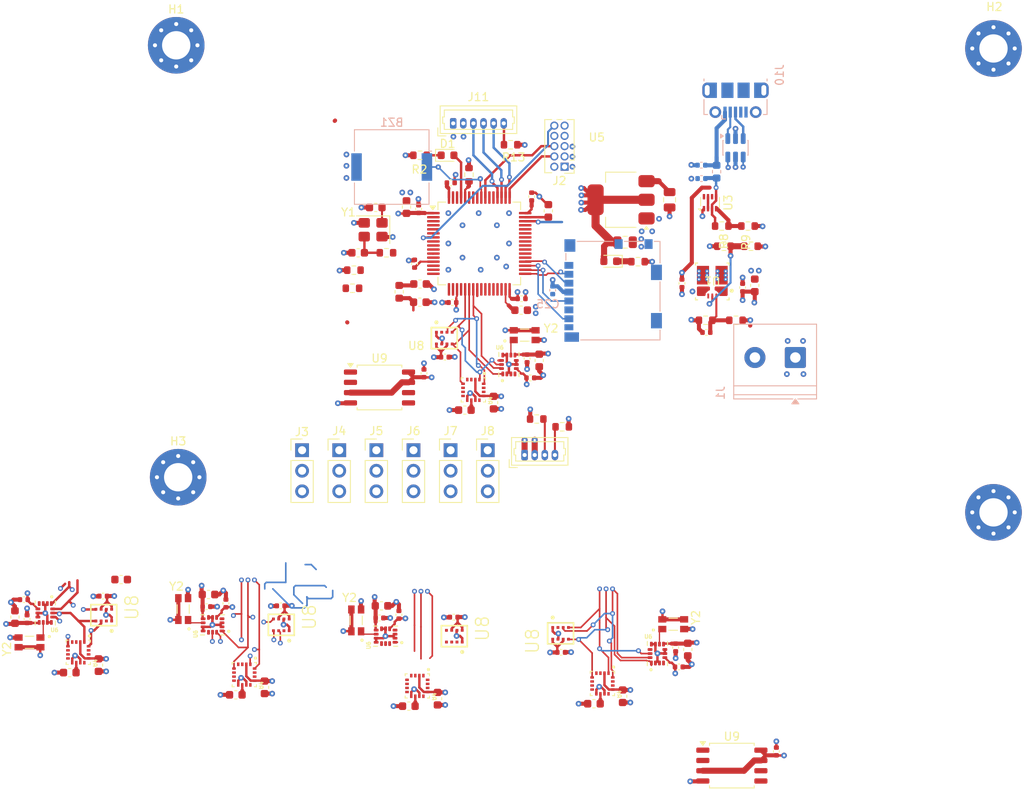
<source format=kicad_pcb>
(kicad_pcb (version 20241229) (generator "pcbnew") (generator_version "9.0")
  (layers (0 "F.Cu" signal) (4 "In1.Cu" power) (6 "In2.Cu" power) (2 "B.Cu" signal) (13 "F.Paste" user) (15 "B.Paste" user) (5 "F.SilkS" user "F.Silkscreen") (7 "B.SilkS" user "B.Silkscreen") (1 "F.Mask" user) (3 "B.Mask" user) (25 "Edge.Cuts" user))
  (net 0 "")
  (net 1 "BUZZER")
  (net 2 "GND")
  (net 3 "+3V3")
  (net 4 "Net-(U2-VCAP_1)")
  (net 5 "Net-(U2-VCAP_2)")
  (net 6 "Net-(U1-FB)")
  (net 7 "HSE_IN")
  (net 8 "5V_MUX")
  (net 9 "Net-(U4-CAP)")
  (net 10 "+VBAT")
  (net 11 "Net-(C17-Pad1)")
  (net 12 "Net-(D1-K)")
  (net 13 "5V_REG")
  (net 14 "+3V3A")
  (net 15 "LED_STATUS")
  (net 16 "Net-(D2-K)")
  (net 18 "VUSB")
  (net 19 "USB_CONN_DP")
  (net 20 "USB_CONN_DM")
  (net 21 "USART3_RX")
  (net 22 "TIM2_CH1")
  (net 23 "USART3_TX")
  (net 24 "SWDIO")
  (net 25 "SWCLK")
  (net 26 "NRST")
  (net 27 "SWO")
  (net 28 "SERVO_2")
  (net 29 "SERVO_3")
  (net 30 "SERVO_6")
  (net 31 "SERVO_4")
  (net 32 "SERVO_5")
  (net 33 "I2C2_SDA")
  (net 34 "I2C2_SCL")
  (net 35 "SERVO_1")
  (net 36 "SPI2_MOSI")
  (net 39 "SD_CS")
  (net 40 "SPI2_SCK")
  (net 41 "SPI2_MISO")
  (net 43 "HSE_OUT")
  (net 44 "VOLTAGE_DIVIDER")
  (net 45 "Net-(J11-Pin_6)")
  (net 46 "BOOT0")
  (net 47 "Net-(U1-EN)")
  (net 48 "Net-(U3-PR1)")
  (net 49 "SPI1_MOSI")
  (net 50 "IMU_CS")
  (net 53 "SPI1_SCK")
  (net 56 "MAG_CS")
  (net 57 "SPI1_MISO")
  (net 63 "USB_DM")
  (net 64 "BARO_CS")
  (net 66 "FLASH_CS")
  (net 69 "USB_DP")
  (net 83 "Net-(U6-INT2{slash}FSYNC{slash}CLKIN)")
  (net 87 "VBUS")
  (net 90 "unconnected-(U2-PC3-Pad11)")
  (footprint "DPS368(1):LGA8S145X65P2X4_200X250X110-V" (layer "F.Cu") (at 86.85 151.65 180)
    (property "Reference" "U8")
    (property "Value" "DPS368")
  )
  (footprint "ICM-42688-P (3):PQFN50P300X250X97-14N" (layer "F.Cu") (at 114.985 119.465 90)
    (property "Reference" "U6")
    (property "Value" "ICM-42688-P")
  )
  (footprint "LED_SMD:LED_0603_1608Metric" (layer "F.Cu") (at 107.4 93.6)
    (property "Reference" "D1")
    (property "Value" "LED")
  )
  (footprint "Capacitor_SMD:C_0603_1608Metric" (layer "F.Cu") (at 119.8625 100.475 90)
    (property "Reference" "C6" (hide yes))
    (property "Value" "2u2")
  )
  (footprint "Capacitor_SMD:C_0603_1608Metric" (layer "F.Cu") (at 84.775 159.375 -90)
    (property "Reference" "C20" (hide yes))
    (property "Value" "1u")
  )
  (footprint "Resistor_SMD:R_0603_1608Metric" (layer "F.Cu") (at 144.914999 104.8425 180)
    (property "Reference" "R1" (hide yes))
    (property "Value" "62k")
  )
  (footprint "Capacitor_SMD:C_0402_1005Metric" (layer "F.Cu") (at 117.635 121.115)
    (property "Reference" "C22" (hide yes))
    (property "Value" "10n")
  )
  (footprint "Capacitor_SMD:C_0402_1005Metric" (layer "F.Cu") (at 117.235 118.715 -90)
    (property "Reference" "C18" (hide yes))
    (property "Value" "100n")
  )
  (footprint "Capacitor_SMD:C_0402_1005Metric" (layer "F.Cu") (at 103.325 107 90)
    (property "Reference" "C12" (hide yes))
    (property "Value" "10n")
  )
  (footprint "Capacitor_SMD:C_0603_1608Metric" (layer "F.Cu") (at 98.525 100.05 180)
    (property "Reference" "C14" (hide yes))
    (property "Value" "12u")
  )
  (footprint "Capacitor_SMD:C_0402_1005Metric" (layer "F.Cu") (at 103.825 100.25 90)
    (property "Reference" "C10" (hide yes))
    (property "Value" "100n")
  )
  (footprint "Capacitor_SMD:C_0603_1608Metric" (layer "F.Cu") (at 96.35 105.65 180)
    (property "Reference" "C17" (hide yes))
    (property "Value" "12u")
  )
  (footprint "Capacitor_SMD:C_0603_1608Metric" (layer "F.Cu") (at 99.240001 149.3)
    (property "Reference" "C21" (hide yes))
    (property "Value" "2u2")
  )
  (footprint "OV-7604-C7_32.768KHZ_20PPM_TA_QC:OSC_OV-7604-C7_32.768KHZ_20PPM_TA_QC" (layer "F.Cu") (at 55.72 153.815 180)
    (property "Reference" "Y2")
    (property "Value" "32.768Khz")
  )
  (footprint "Capacitor_SMD:C_0603_1608Metric" (layer "F.Cu") (at 113.090638 124.175 -90)
    (property "Reference" "C20" (hide yes))
    (property "Value" "1u")
  )
  (footprint "Connector_PinHeader_2.54mm:PinHeader_1x03_P2.54mm_Vertical" (layer "F.Cu") (at 94.01 130.06)
    (property "Reference" "J4")
    (property "Value" "Conn_01x03")
  )
  (footprint "Package_TO_SOT_SMD:SOT-583-8" (layer "F.Cu") (at 139.85 99.46 90)
    (property "Reference" "U3")
    (property "Value" "TPS2116DRL")
  )
  (footprint "ICM-42688-P (3):PQFN50P300X250X97-14N" (layer "F.Cu") (at 57.67 150.185 -90)
    (property "Reference" "U6")
    (property "Value" "ICM-42688-P")
  )
  (footprint "Capacitor_SMD:C_0603_1608Metric" (layer "F.Cu") (at 102.325 100 90)
    (property "Reference" "C1" (hide yes))
    (property "Value" "10u")
  )
  (footprint "Capacitor_SMD:C_0805_2012Metric" (layer "F.Cu") (at 129.35 104.35)
    (property "Reference" "C24" (hide yes))
    (property "Value" "22u")
  )
  (footprint "Resistor_SMD:R_0603_1608Metric" (layer "F.Cu") (at 144.55 102.3475)
    (property "Reference" "R9")
    (property "Value" "5k")
  )
  (footprint "OV-7604-C7_32.768KHZ_20PPM_TA_QC:OSC_OV-7604-C7_32.768KHZ_20PPM_TA_QC" (layer "F.Cu") (at 116.935 115.835)
    (property "Reference" "Y2")
    (property "Value" "32.768Khz")
  )
  (footprint "Capacitor_SMD:C_0402_1005Metric" (layer "F.Cu") (at 55.02 148.535 180)
    (property "Reference" "C22" (hide yes))
    (property "Value" "10n")
  )
  (footprint "OV-7604-C7_32.768KHZ_20PPM_TA_QC:OSC_OV-7604-C7_32.768KHZ_20PPM_TA_QC" (layer "F.Cu") (at 96.110001 151.1 90)
    (property "Reference" "Y2")
    (property "Value" "32.768Khz")
  )
  (footprint "MMC5983MA(1):PQFN50P300X300X100-16N" (layer "F.Cu") (at 110.590638 122.6 -90)
    (property "Reference" "U4")
    (property "Value" "MMC5983MA")
  )
  (footprint "ICM-42688-P (3):PQFN50P300X250X97-14N" (layer "F.Cu") (at 78.35 151.65 180)
    (property "Reference" "U6")
    (property "Value" "ICM-42688-P")
  )
  (footprint "Resistor_SMD:R_0603_1608Metric" (layer "F.Cu") (at 104 93.6)
    (property "Reference" "R2")
    (property "Value" "1k")
  )
  (footprint "Capacitor_SMD:C_0402_1005Metric" (layer "F.Cu") (at 136 156.85)
    (property "Reference" "C22" (hide yes))
    (property "Value" "10n")
  )
  (footprint "Capacitor_SMD:C_0402_1005Metric" (layer "F.Cu") (at 77.6 149.4)
    (property "Reference" "C18" (hide yes))
    (property "Value" "100n")
  )
  (footprint "OV-7604-C7_32.768KHZ_20PPM_TA_QC:OSC_OV-7604-C7_32.768KHZ_20PPM_TA_QC" (layer "F.Cu") (at 135.3 151.57)
    (property "Reference" "Y2")
    (property "Value" "32.768Khz")
  )
  (footprint "ICM-42688-P (3):PQFN50P300X250X97-14N" (layer "F.Cu") (at 133.35 155.2 90)
    (property "Reference" "U6")
    (property "Value" "ICM-42688-P")
  )
  (footprint "Resistor_SMD:R_0603_1608Metric" (layer "F.Cu") (at 95.645 110.04)
    (property "Reference" "R14" (hide yes))
    (property "Value" "1M")
  )
  (footprint "Capacitor_SMD:C_0402_1005Metric" (layer "F.Cu") (at 117.8 98.7 90)
    (property "Reference" "C7" (hide yes))
    (property "Value" "100n")
  )
  (footprint "Connector_PinHeader_2.54mm:PinHeader_1x03_P2.54mm_Vertical" (layer "F.Cu") (at 98.6 130.06)
    (property "Reference" "J5")
    (property "Value" "Conn_01x03")
  )
  (footprint "MMC5983MA(1):PQFN50P300X300X100-16N" (layer "F.Cu") (at 126.55 158.9 -90)
    (property "Reference" "U4")
    (property "Value" "MMC5983MA")
  )
  (footprint "Capacitor_SMD:C_0402_1005Metric" (layer "F.Cu") (at 108.165001 150.7 180)
    (property "Reference" "C27" (hide yes))
    (property "Value" "100n")
  )
  (footprint "Connector_Molex:Molex_PicoBlade_53047-0410_1x04_P1.25mm_Vertical" (layer "F.Cu") (at 116.925 130.655)
    (property "Reference" "J9" (hide yes))
    (property "Value" "Conn_01x04")
  )
  (footprint "Resistor_SMD:R_0603_1608Metric" (layer "F.Cu") (at 99.85 105.65 180)
    (property "Reference" "R7" (hide yes))
    (property "Value" "50")
  )
  (footprint "Package_QFP:LQFP-64_10x10mm_P0.5mm" (layer "F.Cu") (at 111.325 104.5)
    (property "Reference" "U2" (hide yes))
    (property "Value" "STM32F405RGTx")
  )
  (footprint "MMC5983MA(1):PQFN50P300X300X100-16N" (layer "F.Cu") (at 61.75 155.05 -90)
    (property "Reference" "U4")
    (property "Value" "MMC5983MA")
  )
  (footprint "Connector_PinHeader_2.54mm:PinHeader_1x03_P2.54mm_Vertical" (layer "F.Cu") (at 107.78 130.06)
    (property "Reference" "J7")
    (property "Value" "Conn_01x03")
  )
  (footprint "Capacitor_SMD:C_0603_1608Metric" (layer "F.Cu") (at 60.7 157.55 180)
    (property "Reference" "C19" (hide yes))
    (property "Value" "10u")
  )
  (footprint "Capacitor_SMD:C_0402_1005Metric" (layer "F.Cu") (at 98.990001 150.8)
    (property "Reference" "C18" (hide yes))
    (property "Value" "100n")
  )
  (footprint "DPS368(1):LGA8S145X65P2X4_200X250X110-V" (layer "F.Cu") (at 107 116.2)
    (property "Reference" "U8")
    (property "Value" "DPS368")
  )
  (footprint "Resistor_SMD:R_0603_1608Metric" (layer "F.Cu") (at 95.825 107.8)
    (property "Reference" "R15" (hide yes))
    (property "Value" "100k")
  )
  (footprint "Resistor_SMD:R_0603_1608Metric" (layer "F.Cu") (at 121.575 127.1675 180)
    (property "Reference" "R10" (hide yes))
    (property "Value" "3k3")
  )
  (footprint "Capacitor_SMD:C_0603_1608Metric" (layer "F.Cu") (at 137.1 154.7 -90)
    (property "Reference" "C21" (hide yes))
    (property "Value" "2u2")
  )
  (footprint "Resistor_SMD:R_0603_1608Metric" (layer "F.Cu") (at 141.565 104.842498 180)
    (property "Reference" "R3" (hide yes))
    (property "Value" "30k")
  )
  (footprint "Capacitor_SMD:C_0603_1608Metric" (layer "F.Cu") (at 106.165001 160.775 -90)
    (property "Reference" "C20" (hide yes))
    (property "Value" "1u")
  )
  (footprint "MountingHole:MountingHole_3.5mm_Pad_Via" (layer "F.Cu") (at 74.1 133.4)
    (property "Reference" "H3")
    (property "Value" "MountingHole_Pad")
  )
  (footprint "OV-7604-C7_32.768KHZ_20PPM_TA_QC:OSC_OV-7604-C7_32.768KHZ_20PPM_TA_QC" (layer "F.Cu") (at 74.72 149.7 90)
    (property "Reference" "Y2")
    (property "Value" "32.768Khz")
  )
  (footprint "Capacitor_SMD:C_0402_1005Metric" (layer "F.Cu") (at 64.825 148.1 180)
    (property "Reference" "C27" (hide yes))
    (property "Value" "100n")
  )
  (footprint "Capacitor_SMD:C_0603_1608Metric" (layer "F.Cu") (at 109.540638 125.1 180)
    (property "Reference" "C19" (hide yes))
    (property "Value" "10u")
  )
  (footprint "Resistor_SMD:R_0603_1608Metric" (layer "F.Cu") (at 143.055 114)
    (property "Reference" "R4" (hide yes))
    (property "Value" "30k")
  )
  (footprint "MountingHole:MountingHole_3.5mm_Pad_Via" (layer "F.Cu") (at 73.856155 80)
    (property "Reference" "H1")
    (property "Value" "MountingHole_Pad")
  )
  (footprint "Resistor_SMD:R_0603_1608Metric" (layer "F.Cu") (at 141.3 102.3475 180)
    (property "Reference" "R8")
    (property "Value" "10k")
  )
  (footprint "Connector_PinHeader_2.54mm:PinHeader_1x03_P2.54mm_Vertical" (layer "F.Cu") (at 89.42 130.06)
    (property "Reference" "J3")
    (property "Value" "Conn_01x03")
  )
  (footprint "DPS368(1):LGA8S145X65P2X4_200X250X110-V" (layer "F.Cu") (at 121.375 152.7)
    (property "Reference" "U8")
    (property "Value" "DPS368")
  )
  (footprint "Connector_PinHeader_1.27mm:PinHeader_2x05_P1.27mm_Vertical" (layer "F.Cu") (at 121.87 95.01 180)
    (property "Reference" "J2")
    (property "Value" "Conn_02x05_Odd_Even")
  )
  (footprint "Capacitor_SMD:C_0603_1608Metric" (layer "F.Cu") (at 67.05 146.05)
    (property "Reference" "C2" (hide yes))
    (property "Value" "2u2")
  )
  (footprint "Package_SO:SOIC-8_5.3x5.3mm_P1.27mm" (layer "F.Cu") (at 142.55 169.05)
    (property "Reference" "U9")
    (property "Value" "W25Q16JVSS")
  )
  (footprint "Capacitor_SMD:C_0402_1005Metric" (layer "F.Cu") (at 139.4 115.5 180)
    (property "Reference" "C13" (hide yes))
    (property "Value" "0u1")
  )
  (footprint "LED_SMD:LED_0603_1608Metric" (layer "F.Cu") (at 127.5125 106.7 180)
    (property "Reference" "D2" (hide yes))
    (property "Value" "LED")
  )
  (footprint "Capacitor_SMD:C_0603_1608Metric" (layer "F.Cu") (at 103.975 111.7625)
    (property "Reference" "C11" (hide yes))
    (property "Value" "1u")
  )
  (footprint "Connector_Molex:Molex_PicoBlade_53047-0610_1x06_P1.25mm_Vertical" (layer "F.Cu") (at 108.1 89.65)
    (property "Reference" "J11")
    (property "Value" "Conn_01x06")
  )
  (footprint "DPS368(1):LGA8S145X65P2X4_200X250X110-V" (layer "F.Cu") (at 108.240001 153.05 180)
    (property "Reference" "U8")
    (property "Value" "DPS368")
  )
  (footprint "Capacitor_SMD:C_0603_1608Metric" (layer "F.Cu") (at 64.25 156.625 -90)
    (property "Reference" "C20" (hide yes))
    (property "Value" "1u")
  )
  (footprint "DPS368(1):LGA8S145X65P2X4_200X250X110-V" (layer "F.Cu") (at 64.9 150.45 180)
    (property "Reference" "U8")
    (property "Value" "DPS368")
  )
  (footprint "Capacitor_SMD:C_0402_1005Metric" (layer "F.Cu") (at 107.075 118.55)
    (property "Reference" "C27" (hide yes))
    (property "Value" "100n")
  )
  (footprint "TPSM863253:RDX0007A-MFG" (layer "F.Cu") (at 140.13 109.094998 180)
    (property "Reference" "U1")
    (property "Value" "TPSM863257RDXR")
  )
  (footprint "Connector_PinHeader_2.54mm:PinHeader_1x03_P2.54mm_Vertical" (layer "F.Cu") (at 112.37 130.06)
    (property "Reference" "J8")
    (property "Value" "Conn_01x03")
  )
  (footprint "Capacitor_SMD:C_0402_1005Metric" (layer "F.Cu") (at 148.05 167.3 90)
    (property "Reference" "C28" (hide yes))
    (property "Value" "100n")
  )
  (footprint "Capacitor_SMD:C_0402_1005Metric" (layer "F.Cu") (at 80 149 90)
    (property "Reference" "C22" (hide yes))
    (property "Value" "10n")
  )
  (footprint "Resistor_SMD:R_0603_1608Metric" (layer "F.Cu") (at 110.05 96 90)
    (property "Reference" "R6" (hide yes))
    (property "Value" "10k")
  )
  (footprint "Capacitor_SMD:C_0805_2012Metric" (layer "F.Cu") (at 134.85 99.1 -90)
    (property "Reference" "C23" (hide yes))
    (property "Value" "22u")
  )
  (footprint "Capacitor_SMD:C_0402_1005Metric" (layer "F.Cu") (at 135.6 154.45 -90)
    (property "Reference" "C18" (hide yes))
    (property "Value" "100n")
  )
  (footprint "Capacitor_SMD:C_0603_1608Metric" (layer "F.Cu") (at 118.735 118.965 -90)
    (property "Reference" "C21" (hide yes))
    (property "Value" "2u2")
  )
  (footprint "Capacitor_SMD:C_0603_1608Metric" (layer "F.Cu") (at 125.5 161.4 180)
    (property "Reference" "C19" (hide yes))
    (property "Value" "10u")
  )
  (footprint "Capacitor_SMD:C_0402_1005Metric" (layer "F.Cu") (at 143.88 109.949999 90)
    (property "Reference" "C5" (hide yes))
    (property "Value" "0u1")
  )
  (footprint "Capacitor_SMD:C_0603_1608Metric" (layer "F.Cu") (at 53.92 150.685 90)
    (property "Reference" "C21" (hide yes))
    (property "Value" "2u2")
  )
  (footprint "Resistor_SMD:R_0603_1608Metric" (layer "F.Cu") (at 118.425 126.205)
    (property "Reference" "R12" (hide yes))
    (property "Value" "3k3")
  )
  (footprint "Capacitor_SMD:C_0402_1005Metric" (layer "F.Cu") (at 107.8 97)
    (property "Reference" "C9" (hide yes))
    (property "Value" "100n")
  )
  (footprint "Capacitor_SMD:C_0402_1005Metric" (layer "F.Cu") (at 55.42 150.935 90)
    (property "Reference" "C18" (hide yes))
    (property "Value" "100n")
  )
  (footprint "Capacitor_SMD:C_0402_1005Metric" (layer "F.Cu") (at 116.55 111.33)
    (property "Reference" "C8" (hide yes))
    (property "Value" "100n")
  )
  (footprint "Resistor_SMD:R_0603_1608Metric" (layer "F.Cu") (at 139.305 114 180)
    (property "Reference" "R5" (hide yes))
    (property "Value" "220k")
  )
  (footprint "Capacitor_SMD:C_0402_1005Metric" (layer "F.Cu") (at 101.390001 150.4 90)
    (property "Reference" "C22" (hide yes))
    (property "Value" "10n")
  )
  (footprint "Resistor_SMD:R_0603_1608Metric" (layer "F.Cu") (at 115.2 92.295)
    (property "Reference" "R13")
    (property "Value" "10k")
  )
  (footprint "Capacitor_SMD:C_0603_1608Metric" (layer "F.Cu") (at 129.05 160.475 -90)
    (property "Reference" "C20" (hide yes))
    (property "Value" "1u")
  )
  (footprint "MMC5983MA(1):PQFN50P300X300X100-16N" (layer "F.Cu") (at 103.665001 159.2 -90)
    (property "Reference" "U4")
    (property "Value" "MMC5983MA")
  )
  (footprint "Capacitor_SMD:C_0402_1005Metric" (layer "F.Cu") (at 108 111.8 180)
    (property "Reference" "C4" (hide yes))
    (property "Value" "100n")
  )
  (footprint "Capacitor_SMD:C_0603_1608Metric" (layer "F.Cu") (at 81.225 160.3 180)
    (property "Reference" "C19" (hide yes))
    (property "Value" "10u")
  )
  (footprint "Package_TO_SOT_SMD:SOT-223-3_TabPin2" (layer "F.Cu") (at 128.85 99.1 180)
    (property "Reference" "U5")
    (property "Value" "AMS1117-3.3")
  )
  (footprint "Capacitor_SMD:C_0603_1608Metric" (layer "F.Cu") (at 145.38 109.679999 90)
    (property "Reference" "C3" (hide yes))
    (property "Value" "10u")
  )
  (footprint "ICM-42688-P (3):PQFN50P300X250X97-14N" (layer "F.Cu") (at 99.740001 153.05 180)
    (property "Reference" "U6")
    (property "Value" "ICM-42688-P")
  )
  (footprint "Capacitor_SMD:C_0603_1608Metric" (layer "F.Cu") (at 77.85 147.9)
    (property "Reference" "C21" (hide yes))
    (property "Value" "2u2")
  )
  (footprint "Capacitor_SMD:C_0402_1005Metric" (layer "F.Cu") (at 86.775 149.3 180)
    (property "Reference" "C27" (hide yes))
    (property "Value" "100n")
  )
  (footprint "Capacitor_SMD:C_0402_1005Metric" (layer "F.Cu") (at 121.45 155.05)
    (property "Reference" "C27" (hide yes))
    (property "Value" "100n")
  )
  (footprint "MMC5983MA(1):PQFN50P300X300X100-16N" (layer "F.Cu") (at 82.275 157.8 -90)
    (property "Reference" "U4")
    (property "Value" "MMC5983MA")
  )
  (footprint "Capacitor_SMD:C_0603_1608Metric" (layer "F.Cu") (at 102.615001 161.7 180)
    (property "Reference" "C19" (hide yes))
    (property "Value" "10u")
  )
  (footprint "Crystal:Crystal_SMD_3225-4Pin_3.2x2.5mm" (layer "F.Cu") (at 98.2 102.8 180)
    (property "Reference" "Y1")
    (property "Value" "16Mhz")
  )
  (footprint "Capacitor_SMD:C_0603_1608Metric" (layer "F.Cu") (at 116.5 112.75)
    (property "Reference" "C2" (hide yes))
    (property "Value" "2u2")
  )
  (footprint "Capacitor_SMD:C_0402_1005Metric" (layer "F.Cu") (at 136.380001 109.429999 90)
    (property "Reference" "C16" (hide yes))
    (property "Value" "44u")
  )
  (footprint "Inductor_SMD:L_0603_1608Metric" (layer "F.Cu") (at 101.425 110.475 90)
    (property "Reference" "FB1" (hide yes))
    (property "Value" "120R")
  )
  (footprint "Resistor_SMD:R_0603_1608Metric" (layer "F.Cu") (at 130.95 106.75)
    (property "Reference" "R11" (hide yes))
    (property "Value" "1k")
  )
  (footprint "Capacitor_SMD:C_0402_1005Metric" (layer "F.Cu") (at 104.4875 120.555 90)
    (property "Reference" "C28" (hide yes))
    (property "Value" "100n")
  )
  (footprint "Capacitor_SMD:C_0603_1608Metric" (layer "F.Cu") (at 104 109.5125)
    (property "Reference" "C15" (hide yes))
    (property "Value" "1u")
  )
  (footprint "MountingHole:MountingHole_3.5mm_Pad_Via" (layer "F.Cu") (at 174.893845 80.393845)
    (property "Reference" "H2")
    (property "Value" "MountingHole_Pad")
  )
  (footprint "Connector_PinHeader_2.54mm:PinHeader_1x03_P2.54mm_Vertical" (layer "F.Cu") (at 103.19 130.06)
    (property "Reference" "J6")
    (property "Value" "Conn_01x03")
  )
  (footprint "MountingHole:MountingHole_3.5mm_Pad_Via" (layer "F.Cu") (at 174.893845 137.743845)
    (property "Reference" "H4" (hide yes))
    (property "Value" "MountingHole_Pad")
  )
  (footprint "Package_SO:SOIC-8_5.3x5.3mm_P1.27mm" (layer "F.Cu") (at 98.9875 122.305)
    (property "Reference" "U9")
    (property "Value" "W25Q16JVSS")
  )
  (footprint "Capacitor_SMD:C_0402_1005Metric" (layer "B.Cu") (at 120.4 110.28 -90)
    (property "Reference" "C25")
    (property "Value" "10u")
  )
  (footprint "Capacitor_SMD:C_0402_1005Metric" (layer "B.Cu") (at 138.79375 96.475 180)
    (property "Reference" "C29" (hide yes))
    (property "Value" "2u2")
  )
  (footprint "Buzzer_Beeper:Buzzer_Murata_PKMCS0909E" (layer "B.Cu") (at 100.5 95.05 180)
    (property "Reference" "BZ1")
    (property "Value" "Buzzer")
  )
  (footprint "TerminalBlock_Phoenix:TerminalBlock_Phoenix_PT-1,5-2-5.0-H_1x02_P5.00mm_Horizontal" (layer "B.Cu") (at 150.4 118.6 180)
    (property "Reference" "J1")
    (property "Value" "Screw_Terminal_01x02")
  )
  (footprint "Connector_Card:microSD_HC_Molex_104031-0811" (layer "B.Cu") (at 127.85 110.315 -90)
    (property "Reference" "J12" (hide yes))
    (property "Value" "Micro_SD_Card")
  )
  (footprint "Connector_USB:USB_Micro-B_Molex-105017-0001" (layer "B.Cu") (at 143 86.8)
    (property "Reference" "J10")
    (property "Value" "USB_B_Micro")
  )
  (footprint "Package_TO_SOT_SMD:SOT-23-6" (layer "B.Cu") (at 143 92.675 -90)
    (property "Reference" "U7" (hide yes))
    (property "Value" "USBLC6-2SC6")
  )
  (footprint "Inductor_SMD:L_0603_1608Metric" (layer "B.Cu") (at 140.66375 95.625 -90)
    (property "Reference" "FB2" (hide yes))
    (property "Value" "120R")
  )
  (footprint "Capacitor_SMD:C_0402_1005Metric" (layer "B.Cu") (at 138.78375 94.825 180)
    (property "Reference" "C26" (hide yes))
    (property "Value" "2u2")
  )
  (segment (start 111.45 97.65) (end 111.575 97.775) (width 0.2) (layer "F.Cu") (net 1))
  (segment (start 111.45 96.5) (end 111.45 97.65) (width 0.2) (layer "F.Cu") (net 1))
  (segment (start 111.575 97.775) (end 111.575 98.825) (width 0.2) (layer "F.Cu") (net 1))
  (via (at 106.25 95.05) (size 0.65) (drill 0.25) (layers "F.Cu" "B.Cu") (net 1))
  (via (at 111.45 96.5) (size 0.65) (drill 0.25) (layers "F.Cu" "B.Cu") (net 1))
  (segment (start 111.347 96.603) (end 111.45 96.5) (width 0.2) (layer "B.Cu") (net 1))
  (segment (start 104.85 95.05) (end 106.25 95.05) (width 0.2) (layer "B.Cu") (net 1))
  (segment (start 107.803 96.603) (end 111.347 96.603) (width 0.2) (layer "B.Cu") (net 1))
  (segment (start 106.25 95.05) (end 107.803 96.603) (width 0.2) (layer "B.Cu") (net 1))
  (segment (start 114.040638 124.95) (end 113.090638 124.95) (width 0.5) (layer "F.Cu") (net 2))
  (segment (start 98.575001 153.3) (end 99.469302 153.3) (width 0.3) (layer "F.Cu") (net 2))
  (segment (start 107.660001 150.725) (end 107.685001 150.7) (width 0.5) (layer "F.Cu") (net 2))
  (segment (start 133.351775 156.116775) (end 133.351775 156.113225) (width 0.3) (layer "F.Cu") (net 2))
  (segment (start 110.190638 123) (end 109.843638 123.347) (width 0.3) (layer "F.Cu") (net 2))
  (segment (start 109.843638 123.872) (end 109.840638 123.875) (width 0.3) (layer "F.Cu") (net 2))
  (segment (start 81.528 158.547) (end 81.528 159.072) (width 0.3) (layer "F.Cu") (net 2))
  (segment (start 61.35 155.45) (end 61.559362 155.45) (width 0.3) (layer "F.Cu") (net 2))
  (segment (start 119.75 99.7) (end 118.75 98.7) (width 0.3) (layer "F.Cu") (net 2))
  (segment (start 114.986775 119.446076) (end 114.986775 120.378225) (width 0.3) (layer "F.Cu") (net 2))
  (segment (start 143.88 114) (end 144.81 114) (width 0.5) (layer "F.Cu") (net 2))
  (segment (start 77.185 151.9) (end 77.185 152.4) (width 0.3) (layer "F.Cu") (net 2))
  (segment (start 133.1 154.929301) (end 133.351775 155.181076) (width 0.3) (layer "F.Cu") (net 2))
  (segment (start 104.4875 119.305) (end 104.4875 120.075) (width 0.3) (layer "F.Cu") (net 2))
  (segment (start 59.925 157.55) (end 60 157.625) (width 0.5) (layer "F.Cu") (net 2))
  (segment (start 138.91375 100.38625) (end 139.1 100.2) (width 0.3) (layer "F.Cu") (net 2))
  (segment (start 81.875 158.2) (end 81.528 158.547) (width 0.3) (layer "F.Cu") (net 2))
  (segment (start 100.625 103.7) (end 99.35 103.7) (width 0.5) (layer "F.Cu") (net 2))
  (segment (start 143.88 109.469999) (end 143.879999 108.71) (width 0.5) (layer "F.Cu") (net 2))
  (segment (start 57.92 151.35) (end 58.42 151.35) (width 0.3) (layer "F.Cu") (net 2))
  (segment (start 110.840638 123.440638) (end 110.840638 123.875) (width 0.3) (layer "F.Cu") (net 2))
  (segment (start 134.265 154.7) (end 134.265 155.2) (width 0.3) (layer "F.Cu") (net 2))
  (segment (start 124.725 161.4) (end 124.8 161.475) (width 0.5) (layer "F.Cu") (net 2))
  (segment (start 61.559362 155.45) (end 62 155.890638) (width 0.3) (layer "F.Cu") (net 2))
  (segment (start 139.809995 104.842498) (end 140.74 104.842498) (width 0.5) (layer "F.Cu") (net 2))
  (segment (start 61.003 156.322) (end 61 156.325) (width 0.3) (layer "F.Cu") (net 2))
  (segment (start 107.115001 161.55) (end 106.165001 161.55) (width 0.5) (layer "F.Cu") (net 2))
  (segment (start 99.240001 152.135) (end 99.740001 152.135) (width 0.3) (layer "F.Cu") (net 2))
  (segment (start 132.7 106.75) (end 131.775 106.75) (width 0.5) (layer "F.Cu") (net 2))
  (segment (start 137.275 156.85) (end 137.6 156.525) (width 0.5) (layer "F.Cu") (net 2))
  (segment (start 146.3125 102.3475) (end 146.35 102.385) (width 0.5) (layer "F.Cu") (net 2))
  (segment (start 121.1 152.725) (end 121.1 153.375) (width 0.3) (layer "F.Cu") (net 2))
  (segment (start 57.92 151.35) (end 57.92 150.455699) (width 0.3) (layer "F.Cu") (net 2))
  (segment (start 95.355 124.255) (end 95.4 124.21) (width 0.5) (layer "F.Cu") (net 2))
  (segment (start 61.35 155.45) (end 61.003 155.797) (width 0.3) (layer "F.Cu") (net 2))
  (segment (start 93.5 89.3) (end 93.45 89.35) (width 0.5) (layer "F.Cu") (net 2))
  (segment (start 106.725 116.225) (end 106.725 116.875) (width 0.3) (layer "F.Cu") (net 2))
  (segment (start 126.15 159.3) (end 126.359362 159.3) (width 0.3) (layer "F.Cu") (net 2))
  (segment (start 80 148.52) (end 80 147.725) (width 0.5) (layer "F.Cu") (net 2))
  (segment (start 79.515 151.4) (end 79.266775 151.648225) (width 0.3) (layer "F.Cu") (net 2))
  (segment (start 110.4 123) (end 110.840638 123.440638) (width 0.3) (layer "F.Cu") (net 2))
  (segment (start 75.32 148.35) (end 75.3 148.33) (width 0.5) (layer "F.Cu") (net 2))
  (segment (start 78.331076 150.753924) (end 78.35 150.735) (width 0.3) (layer "F.Cu") (net 2))
  (segment (start 115.881076 119.446076) (end 115.9 119.465) (width 0.3) (layer "F.Cu") (net 2))
  (segment (start 134.246076 155.181076) (end 134.265 155.2) (width 0.3) (layer "F.Cu") (net 2))
  (segment (start 65.875 150.7) (end 65.875 151.175) (width 0.3) (layer "F.Cu") (net 2))
  (segment (start 87.825 151.9) (end 87.825 152.375) (width 0.3) (layer "F.Cu") (net 2))
  (segment (start 80 147.725) (end 79.675 147.4) (width 0.5) (layer "F.Cu") (net 2))
  (segment (start 57.668225 149.268225) (end 57.668225 149.271775) (width 0.3) (layer "F.Cu") (net 2))
  (segment (start 54.37 153.215) (end 54.35 153.235) (width 0.5) (layer "F.Cu") (net 2))
  (segment (start 120.675 152.725) (end 120.4 152.45) (width 0.3) (layer "F.Cu") (net 2))
  (segment (start 114.735 118.3) (end 114.735 119.194301) (width 0.3) (layer "F.Cu") (net 2))
  (segment (start 57.668225 150.203924) (end 57.236076 150.203924) (width 0.3) (layer "F.Cu") (net 2))
  (segment (start 78.331076 151.648225) (end 78.331076 150.753924) (width 0.3) (layer "F.Cu") (net 2))
  (segment (start 65.2 157.4) (end 64.25 157.4) (width 0.5) (layer "F.Cu") (net 2))
  (segment (start 118.27 98.22) (end 118.75 98.7) (width 0.3) (layer "F.Cu") (net 2))
  (segment (start 100.653226 153.048225) (end 100.905001 153.3) (width 0.3) (layer "F.Cu") (net 2))
  (segment (start 109.843638 123.347) (end 109.843638 123.872) (width 0.3) (layer "F.Cu") (net 2))
  (segment (start 107.52 111.8) (end 106.725 111.8) (width 0.5) (layer "F.Cu") (net 2))
  (segment (start 108.28 96.12) (end 108.4 96) (width 0.3) (layer "F.Cu") (net 2))
  (segment (start 133.351775 155.181076) (end 134.246076 155.181076) (width 0.3) (layer "F.Cu") (net 2))
  (segment (start 125.803 159.647) (end 125.803 160.172) (width 0.3) (layer "F.Cu") (net 2))
  (segment (start 81.528 159.072) (end 81.525 159.075) (width 0.3) (layer "F.Cu") (net 2))
  (segment (start 107.58 118.525) (end 107.555 118.55) (width 0.5) (layer "F.Cu") (net 2))
  (segment (start 118.735 120.29) (end 119.235 120.79) (width 0.5) (layer "F.Cu") (net 2))
  (segment (start 144.81 114.66) (end 144.829999 114.640001) (width 0.5) (layer "F.Cu") (net 2))
  (segment (start 136.48 156.85) (end 137.275 156.85) (width 0.5) (layer "F.Cu") (net 2))
  (segment (start 57.668225 149.271775) (end 57.92 149.02) (width 0.3) (layer "F.Cu") (net 2))
  (segment (start 103.245 106.6) (end 103.325 106.52) (width 0.5) (layer "F.Cu") (net 2))
  (segment (start 133.6 156.365) (end 133.351775 156.116775) (width 0.3) (layer "F.Cu") (net 2))
  (segment (start 117.235 119.195) (end 117.235 120.04) (width 0.5) (layer "F.Cu") (net 2))
  (segment (start 117.8 98.22) (end 118.27 98.22) (width 0.3) (layer "F.Cu") (net 2))
  (segment (start 87.125 151.625) (end 87.55 151.625) (width 0.3) (layer "F.Cu") (net 2))
  (segment (start 119.31 116.415) (end 119.335 116.44) (width 0.5) (layer "F.Cu") (net 2))
  (segment (start 119.8625 99.7) (end 119.75 99.7) (width 0.25) (layer "F.Cu") (net 2))
  (segment (start 53.745 148.535) (end 53.42 148.86) (width 0.5) (layer "F.Cu") (net 2))
  (segment (start 94.575 105.65) (end 95.575 105.65) (width 0.5) (layer "F.Cu") (net 2))
  (segment (start 96.690001 148.725) (end 96.715001 148.7) (width 0.5) (layer "F.Cu") (net 2))
  (segment (start 126.15 159.3) (end 125.803 159.647) (width 0.3) (layer "F.Cu") (net 2))
  (segment (start 114.986775 120.378225) (end 114.735 120.63) (width 0.3) (layer "F.Cu") (net 2))
  (segment (start 103.915001 160.040638) (end 103.915001 160.475) (width 0.3) (layer "F.Cu") (net 2))
  (segment (start 101.390001 149.125) (end 101.065001 148.8) (width 0.5) (layer "F.Cu") (net 2))
  (segment (start 56.773924 150.203924) (end 56.755 150.185) (width 0.3) (layer "F.Cu") (net 2))
  (segment (start 115.9 118.965) (end 115.9 119.465) (width 0.3) (layer "F.Cu") (net 2))
  (segment (start 133.351775 156.113225) (end 133.1 156.365) (width 0.3) (layer "F.Cu") (net 2))
  (segment (start 105.725 110.1625) (end 105.075 109.5125) (width 0.5) (layer "F.Cu") (net 2))
  (segment (start 105.7875 111.7625) (end 105.8 111.775) (width 0.5) (layer "F.Cu") (net 2))
  (segment (start 103.8 99) (end 103.8 99.745) (width 0.5) (layer "F.Cu") (net 2))
  (segment (start 137.675 152.15) (end 137.7 152.175) (width 0.5) (layer "F.Cu") (net 2))
  (segment (start 53.92 149.91) (end 53.92 149.36) (width 0.5) (layer "F.Cu") (net 2))
  (segment (start 145.375 102.3475) (end 146.3125 102.3475) (width 0.5) (layer "F.Cu") (net 2))
  (segment (start 64.32 148.125) (end 64.345 148.1) (width 0.5) (layer "F.Cu") (net 2))
  (segment (start 75.3 147.325) (end 75.325 147.3) (width 0.5) (layer "F.Cu") (net 2))
  (segment (start 107.640638 125.1) (end 108.765638 125.1) (width 0.5) (layer "F.Cu") (net 2))
  (segment (start 101.390001 149.92) (end 101.390001 149.125) (width 0.5) (layer "F.Cu") (net 2))
  (segment (start 58.8 157.55) (end 59.925 157.55) (width 0.5) (layer "F.Cu") (net 2))
  (segment (start 108.515001 153.025) (end 108.940001 153.025) (width 0.3) (layer "F.Cu") (net 2))
  (segment (start 87.125 150.975) (end 87.175 150.925) (width 0.3) (layer "F.Cu") (net 2))
  (segment (start 85.725 160.15) (end 84.775 160.15) (width 0.5) (layer "F.Cu") (net 2))
  (segment (start 94.9925 114.245) (end 95.0125 114.265) (width 0.5) (layer "F.Cu") (net 2))
  (segment (start 79.325 160.3) (end 80.45 160.3) (width 0.5) (layer "F.Cu") (net 2))
  (segment (start 99.721077 152.153924) (end 99.740001 152.135) (width 0.3) (layer "F.Cu") (net 2))
  (segment (start 99.35 103.7) (end 99.3 103.65) (width 0.5) (layer "F.Cu") (net 2))
  (segment (start 93.8375 124.255) (end 95.355 124.255) (width 0.5) (layer "F.Cu") (net 2))
  (segment (start 78.079301 151.9) (end 78.331076 151.648225) (width 0.3) (layer "F.Cu") (net 2))
  (segment (start 57.42 149.02) (end 57.668225 149.268225) (width 0.3) (layer "F.Cu") (net 2))
  (segment (start 97.75 100.05) (end 96.75 100.05) (width 0.5) (layer "F.Cu") (net 2))
  (segment (start 101.840001 161.7) (end 101.915001 161.775) (width 0.5) (layer "F.Cu") (net 2))
  (segment (start 102.918001 160.472) (end 102.915001 160.475) (width 0.3) (layer "F.Cu") (net 2))
  (segment (start 99.721077 153.048225) (end 99.721077 152.153924) (width 0.3) (layer "F.Cu") (net 2))
  (segment (start 57.668225 150.203924) (end 56.773924 150.203924) (width 0.3) (layer "F.Cu") (net 2))
  (segment (start 148.05 166.05) (end 148.05 166.82) (width 0.3) (layer "F.Cu") (net 2))
  (segment (start 56.755 150.685) (end 56.755 150.185) (width 0.3) (layer "F.Cu") (net 2))
  (segment (start 53.345 153.235) (end 53.32 153.21) (width 0.5) (layer "F.Cu") (net 2))
  (segment (start 54.54 148.535) (end 53.745 148.535) (width 0.5) (layer "F.Cu") (net 2))
  (segment (start 114.986775 119.446076) (end 115.881076 119.446076) (width 0.3) (layer "F.Cu") (net 2))
  (segment (start 121.1 153.375) (end 121.05 153.425) (width 0.3) (layer "F.Cu") (net 2))
  (segment (start 136.380001 110.779998) (end 136.380001 109.909999) (width 0.5) (layer "F.Cu") (net 2))
  (segment (start 99.470001 150.8) (end 100.315001 150.8) (width 0.5) (layer "F.Cu") (net 2))
  (segment (start 82.525 158.640638) (end 82.525 159.075) (width 0.3) (layer "F.Cu") (net 2))
  (segment (start 65.6 150.425) (end 65.875 150.7) (width 0.3) (layer "F.Cu") (net 2))
  (segment (start 103.265001 159.6) (end 103.474363 159.6) (width 0.3) (layer "F.Cu") (net 2))
  (segment (start 118.75 98.7) (end 118.8375 98.7875) (width 0.3) (layer "F.Cu") (net 2))
  (segment (start 106.025 115.95) (end 106.025 115.475) (width 0.3) (layer "F.Cu") (net 2))
  (segment (start 108.3 118.525) (end 107.58 118.525) (width 0.5) (layer "F.Cu") (net 2))
  (segment (start 137.4 171) (end 138.9175 171) (width 0.5) (layer "F.Cu") (net 2))
  (segment (start 120.4 152.45) (end 120.4 151.975) (width 0.3) (layer "F.Cu") (net 2))
  (segment (start 100.015001 149.3) (end 100.565001 149.3) (width 0.5) (layer "F.Cu") (net 2))
  (segment (start 125.803 160.172) (end 125.8 160.175) (width 0.3) (layer "F.Cu") (net 2))
  (segment (start 108.515001 152.375) (end 108.565001 152.325) (width 0.3) (layer "F.Cu") (net 2))
  (segment (start 81.875 158.2) (end 82.084362 158.2) (width 0.3) (layer "F.Cu") (net 2))
  (segment (start 118.175 128.765) (end 118.175 130.455) (width 0.75) (layer "F.Cu") (net 2))
  (segment (start 79.175 147.9) (end 79.675 147.4) (width 0.5) (layer "F.Cu") (net 2))
  (segment (start 100.715001 161.7) (end 101.840001 161.7) (width 0.5) (layer "F.Cu") (net 2))
  (segment (start 106.725 116.875) (end 106.675 116.925) (width 0.3) (layer "F.Cu") (net 2))
  (segment (start 65.175 150.425) (end 65.175 149.775) (width 0.3) (layer "F.Cu") (net 2))
  (segment (start 100.656776 153.048225) (end 100.653226 153.048225) (width 0.3) (layer "F.Cu") (net 2))
  (segment (start 87.125 151.625) (end 87.125 150.975) (width 0.3) (layer "F.Cu") (net 2))
  (segment (start 137.1 155.475) (end 137.1 156.025) (width 0.5) (layer "F.Cu") (net 2))
  (segment (start 55.42 150.455) (end 55.42 149.61) (width 0.5) (layer "F.Cu") (net 2))
  (segment (start 117.05 110.5) (end 117.05 111.31) (width 0.3) (layer "F.Cu") (net 2))
  (segment (start 108.940001 153.025) (end 109.215001 153.3) (width 0.3) (layer "F.Cu") (net 2))
  (segment (start 104.75 111.7625) (end 105.7875 111.7625) (width 0.5) (layer "F.Cu") (net 2))
  (segment (start 102.2 93.6) (end 103.175 93.6) (width 0.5) (layer "F.Cu") (net 2))
  (segment (start 133.351775 155.181076) (end 133.783924 155.181076) (width 0.3) (layer "F.Cu") (net 2))
  (segment (start 102.6 106.6) (end 103.245 106.6) (width 0.5) (layer "F.Cu") (net 2))
  (segment (start 79.263225 151.648225) (end 79.515 151.9) (width 0.3) (layer "F.Cu") (net 2))
  (segment (start 77.85 150.735) (end 78.35 150.735) (width 0.3) (layer "F.Cu") (net 2))
  (segment (start 78.08 149.4) (end 78.925 149.4) (width 0.5) (layer "F.Cu") (net 2))
  (segment (start 114.986775 120.381775) (end 114.986775 120.378225) (width 0.3) (layer "F.Cu") (net 2))
  (segment (start 117.05 111.31) (end 117.03 111.33) (width 0.2) (layer "F.Cu") (net 2))
  (segment (start 65.175 149.775) (end 65.225 149.725) (width 0.3) (layer "F.Cu") (net 2))
  (segment (start 103.8 99.745) (end 103.825 99.77) (width 0.5) (layer "F.Cu") (net 2))
  (segment (start 109.215001 153.3) (end 109.215001 153.775) (width 0.3) (layer "F.Cu") (net 2))
  (segment (start 65.175 150.425) (end 65.6 150.425) (width 0.3) (layer "F.Cu") (net 2))
  (segment (start 108.28 97) (end 108.28 96.12) (width 0.3) (layer "F.Cu") (net 2))
  (segment (start 117.055 111.305) (end 117.03 111.33) (width 0.5) (layer "F.Cu") (net 2))
  (segment (start 138.9175 171) (end 138.9625 170.955) (width 0.5) (layer "F.Cu") (net 2))
  (segment (start 61.003 155.797) (end 61.003 156.322) (width 0.3) (layer "F.Cu") (net 2))
  (segment (start 133.1 154.035) (end 132.6 154.035) (width 0.3) (layer "F.Cu") (net 2))
  (segment (start 99.721077 153.048225) (end 99.721077 152.616076) (width 0.3) (layer "F.Cu") (net 2))
  (segment (start 79.266775 151.648225) (end 79.263225 151.648225) (width 0.3) (layer "F.Cu") (net 2))
  (segment (start 114.986775 119.446076) (end 115.418924 119.446076) (width 0.3) (layer "F.Cu") (net 2))
  (segment (start 136.67 152.15) (end 137.675 152.15) (width 0.5) (layer "F.Cu") (net 2))
  (segment (start 122.675 155.025) (end 121.955 155.025) (width 0.5) (layer "F.Cu") (net 2))
  (segment (start 97.1 101.95) (end 95.825 101.95) (width 0.5) (layer "F.Cu") (net 2))
  (segment (start 75.3 148.33) (end 75.3 147.325) (width 0.5) (layer "F.Cu") (net 2))
  (segment (start 133.351775 155.181076) (end 133.351775 156.113225) (width 0.3) (layer "F.Cu") (net 2))
  (segment (start 102.325 99.225) (end 102.225 99.225) (width 0.5) (layer "F.Cu") (net 2))
  (segment (start 63.6 148.125) (end 64.32 148.125) (width 0.5) (layer "F.Cu") (net 2))
  (segment (start 94.05 107.85) (end 94.1 107.8) (width 0.5) (layer "F.Cu") (net 2))
  (segment (start 82.084362 158.2) (end 82.525 158.640638) (width 0.3) (layer "F.Cu") (net 2))
  (segment (start 114.735 118.3) (end 114.235 118.3) (width 0.3) (layer "F.Cu") (net 2))
  (segment (start 87.55 151.625) (end 87.825 151.9) (width 0.3) (layer "F.Cu") (net 2))
  (segment (start 121.1 152.725) (end 120.675 152.725) (width 0.3) (layer "F.Cu") (net 2))
  (segment (start 100.565001 149.3) (end 101.065001 148.8) (width 0.5) (layer "F.Cu") (net 2))
  (segment (start 78.331076 151.648225) (end 78.331076 151.216076) (width 0.3) (layer "F.Cu") (net 2))
  (segment (start 137.1 156.025) (end 137.6 156.525) (width 0.5) (layer "F.Cu") (net 2))
  (segment (start 78.331076 151.648225) (end 79.263225 151.648225) (width 0.3) (layer "F.Cu") (net 2))
  (segment (start 106.725 116.225) (end 106.3 116.225) (width 0.3) (layer "F.Cu") (net 2))
  (segment (start 96.690001 149.73) (end 96.690001 148.725) (width 0.5) (layer "F.Cu") (net 2))
  (segment (start 118.115 121.115) (end 118.91 121.115) (width 0.5) (layer "F.Cu") (net 2))
  (segment (start 108.765638 125.1) (end 108.840638 125.175) (width 0.5) (layer "F.Cu") (net 2))
  (segment (start 96.710001 149.75) (end 96.690001 149.73) (width 0.5) (layer "F.Cu") (net 2))
  (segment (start 126.8 159.740638) (end 126.8 160.175) (width 0.3) (layer "F.Cu") (net 2))
  (segment (start 100.905001 152.8) (end 100.656776 153.048225) (width 0.3) (layer "F.Cu") (net 2))
  (segment (start 102.325 99.225) (end 102.525 99.225) (width 0.5) (layer "F.Cu") (net 2))
  (segment (start 118.285 116.435) (end 118.305 116.415) (width 0.5) (layer "F.Cu") (net 2))
  (segment (start 133.1 154.035) (end 133.1 154.929301) (width 0.3) (layer "F.Cu") (net 2))
  (segment (start 85.55 149.325) (end 86.27 149.325) (width 0.5) (layer "F.Cu") (net 2))
  (segment (start 110.190638 123) (end 110.4 123) (width 0.3) (layer "F.Cu") (net 2))
  (segment (start 121.955 155.025) (end 121.93 155.05) (width 0.5) (layer "F.Cu") (net 2))
  (segment (start 57.92 150.455699) (end 57.668225 150.203924) (width 0.3) (layer "F.Cu") (net 2))
  (segment (start 53.92 149.36) (end 53.42 148.86) (width 0.5) (layer "F.Cu") (net 2))
  (segment (start 134.85 101.15) (end 134.85 100.05) (width 0.5) (layer "F.Cu") (net 2))
  (segment (start 118.735 119.74) (end 118.735 120.29) (width 0.5) (layer "F.Cu") (net 2))
  (segment (start 110 94.2) (end 110.05 94.25) (width 0.5) (layer "F.Cu") (net 2))
  (segment (start 114.735 119.194301) (end 114.986775 119.446076) (width 0.3) (layer "F.Cu") (net 2))
  (segment (start 106.3 116.225) (end 106.025 115.95) (width 0.3) (layer "F.Cu") (net 2))
  (segment (start 126.359362 159.3) (end 126.8 159.740638) (width 0.3) (layer "F.Cu") (net 2))
  (segment (start 130 161.25) (end 129.05 161.25) (width 0.5) (layer "F.Cu") (net 2))
  (segment (start 57.668225 150.203924) (end 57.668225 149.271775) (width 0.3) (layer "F.Cu") (net 2))
  (segment (start 80.45 160.3) (end 80.525 160.375) (width 0.5) (layer "F.Cu") (net 2))
  (segment (start 106.940001 150.725) (end 107.660001 150.725) (width 0.5) (layer "F.Cu") (net 2))
  (segment (start 118.305 116.415) (end 119.31 116.415) (width 0.5) (layer "F.Cu") (net 2))
  (segment (start 78.625 147.9) (end 79.175 147.9) (width 0.5) (layer "F.Cu") (net 2))
  (segment (start 98.575001 153.3) (end 98.575001 153.8) (width 0.3) (layer "F.Cu") (net 2))
  (segment (start 77.185 151.9) (end 78.079301 151.9) (width 0.3) (layer "F.Cu") (net 2))
  (segment (start 103.474363 159.6) (end 103.915001 160.040638) (width 0.3) (layer "F.Cu") (net 2))
  (segment (start 135.6 154.93) (end 135.6 155.775) (width 0.5) (layer "F.Cu") (net 2))
  (segment (start 102.918001 159.947) (end 102.918001 160.472) (width 0.3) (layer "F.Cu") (net 2))
  (segment (start 123.6 161.4) (end 124.725 161.4) (width 0.5) (layer "F.Cu") (net 2))
  (segment (start 138.91375 101.1375) (end 138.91375 100.38625) (width 0.3) (layer "F.Cu") (net 2))
  (segment (start 94.1 107.8) (end 95 107.8) (width 0.5) (layer "F.Cu") (net 2))
  (segment (start 115.235 120.63) (end 114.986775 120.381775) (width 0.3) (layer "F.Cu") (net 2))
  (segment (start 86.27 149.325) (end 86.295 149.3) (width 0.5) (layer "F.Cu") (net 2))
  (segment (start 110.05 94.25) (end 110.05 95.175) (width 0.5) (layer "F.Cu") (net 2))
  (segment (start 54.35 153.235) (end 53.345 153.235) (width 0.5) (layer "F.Cu") (net 2))
  (segment (start 103.265001 159.6) (end 102.918001 159.947) (width 0.3) (layer "F.Cu") (net 2))
  (segment (start 62 155.890638) (end 62 156.325) (width 0.3) (layer "F.Cu") (net 2))
  (segment (start 108.515001 153.025) (end 108.515001 152.375) (width 0.3) (layer "F.Cu") (net 2))
  (segment (start 99.469302 153.3) (end 99.721077 153.048225) (width 0.3) (layer "F.Cu") (net 2))
  (segment (start 99.721077 153.048225) (end 100.653226 153.048225) (width 0.3) (layer "F.Cu") (net 2))
  (segment (start 136.65 152.17) (end 136.67 152.15) (width 0.5) (layer "F.Cu") (net 2))
  (segment (start 105.075 109.5125) (end 104.775 109.5125) (width 0.5) (layer "F.Cu") (net 2))
  (segment (start 118.91 121.115) (end 119.235 120.79) (width 0.5) (layer "F.Cu") (net 2))
  (via (at 143.879999 108.71) (size 0.7) (drill 0.3) (layers "F.Cu" "B.Cu") (net 2))
  (via (at 130 161.25) (size 0.7) (drill 0.3) (layers "F.Cu" "B.Cu") (net 2))
  (via (at 145.879999 107.86) (size 0.7) (drill 0.3) (layers "F.Cu" "B.Cu") (net 2))
  (via (at 139.809995 104.842498) (size 0.7) (drill 0.3) (layers "F.Cu" "B.Cu") (net 2))
  (via (at 106.940001 150.725) (size 0.7) (drill 0.3) (layers "F.Cu" "B.Cu") (net 2))
  (via (at 136.380001 110.779998) (size 0.7) (drill 0.3) (layers "F.Cu" "B.Cu") (net 2))
  (via (at 137.54375 96.4875) (size 0.7) (drill 0.3) (layers "F.Cu" "B.Cu") (net 2))
  (via (at 94.9 94.9) (size 0.7) (drill 0.3) (layers "F.Cu" "B.Cu") (net 2))
  (via (at 102.8 98.2) (size 0.7) (drill 0.3) (layers "F.Cu" "B.Cu") (net 2))
  (via (at 108.515001 153.025) (size 0.7) (drill 0.3) (layers "F.Cu" "B.Cu") (net 2))
  (via (at 119.335 116.44) (size 0.7) (drill 0.3) (layers "F.Cu" "B.Cu") (net 2))
  (via (at 101.8 98.2) (size 0.7) (drill 0.3) (layers "F.Cu" "B.Cu") (net 2))
  (via (at 107.5 107.75) (size 0.7) (drill 0.3) (layers "F.Cu" "B.Cu") (net 2))
  (via (at 115 100.75) (size 0.7) (drill 0.3) (layers "F.Cu" "B.Cu") (net 2))
  (via (at 103.265001 159.6) (size 0.7) (drill 0.3) (layers "F.Cu" "B.Cu") (net 2))
  (via (at 79.325 160.3) (size 0.7) (drill 0.3) (layers "F.Cu" "B.Cu") (net 2))
  (via (at 149.35 120.65) (size 0.7) (drill 0.3) (layers "F.Cu" "B.Cu") (net 2))
  (via (at 58.8 157.55) (size 0.7) (drill 0.3) (layers "F.Cu" "B.Cu") (net 2))
  (via (at 113.5 102.25) (size 0.7) (drill 0.3) (layers "F.Cu" "B.Cu") (net 2))
  (via (at 100.315001 150.8) (size 0.7) (drill 0.3) (layers "F.Cu" "B.Cu") (net 2))
  (via (at 78.925 149.4) (size 0.7) (drill 0.3) (layers "F.Cu" "B.Cu") (net 2))
  (via (at 133.351775 155.181076) (size 0.7) (drill 0.3) (layers "F.Cu" "B.Cu") (net 2))
  (via (at 118.3 113.125) (size 0.7) (drill 0.3) (layers "F.Cu" "B.Cu") (net 2))
  (via (at 131.4 103) (size 0.7) (drill 0.3) (layers "F.Cu" "B.Cu") (net 2))
  (via (at 119.235 120.79) (size 0.7) (drill 0.3) (layers "F.Cu" "B.Cu") (net 2))
  (via (at 149.45 116.55) (size 0.7) (drill 0.3) (layers "F.Cu" "B.Cu") (net 2))
  (via (at 108.3 118.525) (size 0.7) (drill 0.3) (layers "F.Cu" "B.Cu") (net 2))
  (via (at 106.725 111.8) (size 0.7) (drill 0.3) (layers "F.Cu" "B.Cu") (net 2))
  (via (at 101.065001 148.8) (size 0.7) (drill 0.3) (layers "F.Cu" "B.Cu") (net 2))
  (via (at 117.05 110.5) (size 0.7) (drill 0.3) (layers "F.Cu" "B.Cu") (net 2))
  (via (at 117.235 120.04) (size 0.7) (drill 0.3) (layers "F.Cu" "B.Cu") (net 2))
  (via (at 121.1 152.725) (size 0.7) (drill 0.3) (layers "F.Cu" "B.Cu") (net 2))
  (via (at 151.35 116.55) (size 0.7) (drill 0.3) (layers "F.Cu" "B.Cu") (net 2))
  (via (at 110 94.2) (size 0.7) (drill 0.3) (layers "F.Cu" "B.Cu") (net 2))
  (via (at 107.5 100.75) (size 0.7) (drill 0.3) (layers "F.Cu" "B.Cu") (net 2))
  (via (at 137.680001 110.429998) (size 0.7) (drill 0.3) (layers "F.Cu" "B.Cu") (net 2))
  (via (at 99.721077 153.048225) (size 0.7) (drill 0.3) (layers "F.Cu" "B.Cu") (net 2))
  (via (at 96.75 100.05) (size 0.7) (drill 0.3) (layers "F.Cu" "B.Cu") (net 2))
  (via (at 100.625 103.7) (size 0.7) (drill 0.3) (layers "F.Cu" "B.Cu") (net 2))
  (via (at 109.25 102.25) (size 0.7) (drill 0.3) (layers "F.Cu" "B.Cu") (net 2))
  (via (at 131.35 103.95) (size 0.7) (drill 0.3) (layers "F.Cu" "B.Cu") (net 2))
  (via (at 94.575 105.65) (size 0.7) (drill 0.3) (layers "F.Cu" "B.Cu") (net 2))
  (via (at 143 90.3125) (size 0.7) (drill 0.3) (layers "F.Cu" "B.Cu") (net 2))
  (via (at 134.85 101.15) (size 0.7) (drill 0.3) (layers "F.Cu" "B.Cu") (net 2))
  (via (at 146.35 102.385) (size 0.7) (drill 0.3) (layers "F.Cu" "B.Cu") (net 2))
  (via (at 53.42 148.86) (size 0.7) (drill 0.3) (layers "F.Cu" "B.Cu") (net 2))
  (via (at 131.35 104.9) (size 0.7) (drill 0.3) (layers "F.Cu" "B.Cu") (net 2))
  (via (at 65.175 150.425) (size 0.7) (drill 0.3) (layers "F.Cu" "B.Cu") (net 2))
  (via (at 94.9 96.4) (size 0.7) (drill 0.3) (layers "F.Cu" "B.Cu") (net 2))
  (via (at 85.725 160.15) (size 0.7) (drill 0.3) (layers "F.Cu" "B.Cu") (net 2))
  (via (at 137.6 156.525) (size 0.7) (drill 0.3) (layers "F.Cu" "B.Cu") (net 2))
  (via (at 114.040638 124.95) (size 0.7) (drill 0.3) (layers "F.Cu" "B.Cu") (net 2))
  (via (at 102.6 106.6) (size 0.7) (drill 0.3) (layers "F.Cu" "B.Cu") (net 2))
  (via (at 85.55 149.325) (size 0.7) (drill 0.3) (layers "F.Cu" "B.Cu") (net 2))
  (via (at 75.325 147.3) (size 0.7) (drill 0.3) (layers "F.Cu" "B.Cu") (net 2))
  (via (at 105.8 111.775) (size 0.7) (drill 0.3) (layers "F.Cu" "B.Cu") (net 2))
  (via (at 132.7 106.75) (size 0.7) (drill 0.3) (layers "F.Cu" "B.Cu") (net 2))
  (via (at 122.675 155.025) (size 0.7) (drill 0.3) (layers "F.Cu" "B.Cu") (net 2))
  (via (at 137.7 152.175) (size 0.7) (drill 0.3) (layers "F.Cu" "B.Cu") (net 2))
  (via (at 122.835 92.52) (size 0.7) (drill 0.3) (layers "F.Cu" "B.Cu") (net 2))
  (via (at 118.75 98.7) (size 0.7) (drill 0.3) (layers "F.Cu" "B.Cu") (net 2))
  (via (at 95.825 101.95) (size 0.7) (drill 0.3) (layers "F.Cu" "B.Cu") (net 2))
  (via (at 144.929999 107.86) (size 0.7) (drill 0.3) (layers "F.Cu" "B.Cu") (net 2))
  (via (at 109.25 106.25) (size 0.7) (drill 0.3) (layers "F.Cu" "B.Cu") (net 2))
  (via (at 57.668225 150.203924) (size 0.7) (drill 0.3) (layers "F.Cu" "B.Cu") (net 2))
  (via (at 135.6 155.775) (size 0.7) (drill 0.3) (layers "F.Cu" "B.Cu") (net 2))
  (via (at 93.8375 124.255) (size 0.7) (drill 0.3) (layers "F.Cu" "B.Cu") (net 2))
  (via (at 113.5 106.25) (size 0.7) (drill 0.3) (layers "F.Cu" "B.Cu") (net 2))
  (via (at 110.190638 123) (size 0.7) (drill 0.3) (layers "F.Cu" "B.Cu") (net 2))
  (via (at 115 104.5) (size 0.7) (drill 0.3) (layers "F.Cu" "B.Cu") (net 2))
  (via (at 107.5 104.5) (size 0.7) (drill 0.3) (layers "F.Cu" "B.Cu") (net 2))
  (via (at 107.115001 161.55) (size 0.7) (drill 0.3) (layers "F.Cu" "B.Cu") (net 2))
  (via (at 111.25 100.75) (size 0.7) (drill 0.3) (layers "F.Cu" "B.Cu") (net 2))
  (via (at 107.640638 125.1) (size 0.7) (drill 0.3) (layers "F.Cu" "B.Cu") (net 2))
  (via (at 100.715001 161.7) (size 0.7) (drill 0.3) (layers "F.Cu" "B.Cu") (net 2))
  (via (at 123.6 161.4) (size 0.7) (drill 0.3) (layers "F.Cu" "B.Cu") (net 2))
  (via (at 114.986775 119.446076) (size 0.7) (drill 0.3) (layers "F.Cu" "B.Cu") (net 2))
  (via (at 104.4875 119.305) (size 0.7) (drill 0.3) (layers "F.Cu" "B.Cu") (net 2))
  (via (at 96.715001 148.7) (size 0.7) (drill 0.3) (layers "F.Cu" "B.Cu") (net 2))
  (via (at 109.375 91.295) (size 0.7) (drill 0.3) (layers "F.Cu" "B.Cu") (net 2))
  (via (at 53.32 153.21) (size 0.7) (drill 0.3) (layers "F.Cu" "B.Cu") (net 2))
  (via (at 63.6 148.125) (size 0.7) (drill 0.3) (layers "F.Cu" "B.Cu") (net 2))
  (via (at 78.331076 151.648225) (size 0.7) (drill 0.3) (layers "F.Cu" "B.Cu") (net 2))
  (via (at 148.05 166.05) (size 0.7) (drill 0.3) (layers "F.Cu" "B.Cu") (net 2))
  (via (at 126.15 159.3) (size 0.7) (drill 0.3) (layers "F.Cu" "B.Cu") (net 2))
  (via (at 105.725 110.1625) (size 0.7) (drill 0.3) (layers "F.Cu" "B.Cu") (net 2))
  (via (at 55.42 149.61) (size 0.7) (drill 0.3) (layers "F.Cu" "B.Cu") (net 2))
  (via (at 132.7 103) (size 0.7) (drill 0.3) (layers "F.Cu" "B.Cu") (net 2))
  (via (at 118.175 128.815) (size 0.7) (drill 0.3) (layers "F.Cu" "B.Cu") (net 2))
  (via (at 79.675 147.4) (size 0.7) (drill 0.3) (layers "F.Cu" "B.Cu") (net 2))
  (via (at 106.725 116.225) (size 0.7) (drill 0.3) (layers "F.Cu" "B.Cu") (net 2))
  (via (at 81.875 158.2) (size 0.7) (drill 0.3) (layers "F.Cu" "B.Cu") (net 2))
  (via (at 94.05 107.85) (size 0.7) (drill 0.3) (layers "F.Cu" "B.Cu") (net 2))
  (via (at 65.2 157.4) (size 0.7) (drill 0.3) (layers "F.Cu" "B.Cu") (net 2))
  (via (at 133.55 101.45) (size 0.7) (drill 0.3) (layers "F.Cu" "B.Cu") (net 2))
  (via (at 94.9 93.5) (size 0.7) (drill 0.3) (layers "F.Cu" "B.Cu") (net 2))
  (via (at 118.3 112.325) (size 0.7) (drill 0.3) (layers "F.Cu" "B.Cu") (net 2))
  (via (at 61.35 155.45) (size 0.7) (drill 0.3) (layers "F.Cu" "B.Cu") (net 2))
  (via (at 87.125 151.625) (size 0.7) (drill 0.3) (layers "F.Cu" "B.Cu") (net 2))
  (via (at 102.2 93.6) (size 0.7) (drill 0.3) (layers "F.Cu" "B.Cu") (net 2))
  (via (at 114.65 107.35) (size 0.7) (drill 0.3) (layers "F.Cu" "B.Cu") (net 2))
  (via (at 111.5 107.75) (size 0.7) (drill 0.3) (layers "F.Cu" "B.Cu") (net 2))
  (via (at 137.53375 94.7875) (size 0.7) (drill 0.3) (layers "F.Cu" "B.Cu") (net 2))
  (via (at 144.829999 113.980001) (size 0.7) (drill 0.3) (layers "F.Cu" "B.Cu") (net 2))
  (via (at 138.91375 101.1375) (size 0.7) (drill 0.3) (layers "F.Cu" "B.Cu") (net 2))
  (via (at 103.8 99) (size 0.7) (drill 0.3) (layers "F.Cu" "B.Cu") (net 2))
  (via (at 137.4 171) (size 0.7) (drill 0.3) (layers "F.Cu" "B.Cu") (net 2))
  (via (at 108.4 96) (size 0.7) (drill 0.3) (layers "F.Cu" "B.Cu") (net 2))
  (segment (start 143 91.5375) (end 143 90.3125) (width 0.5) (layer "B.Cu") (net 2))
  (segment (start 138.30375 94.825) (end 137.57125 94.825) (width 0.5) (layer "B.Cu") (net 2))
  (segment (start 137.57125 94.825) (end 137.53375 94.7875) (width 0.5) (layer "B.Cu") (net 2))
  (segment (start 102.190001 150.85) (end 101.420001 150.85) (width 0.3) (layer "F.Cu") (net 3))
  (segment (start 115.075 111.075) (end 115.35 111.35) (width 0.3) (layer "F.Cu") (net 3))
  (segment (start 94.510001 152.425538) (end 95.465539 152.425538) (width 0.3) (layer "F.Cu") (net 3))
  (segment (start 121.7 153.425) (end 121.7 153.65) (width 0.3) (layer "F.Cu") (net 3))
  (segment (start 126.75 104.85) (end 126.75 106.675) (width 0.75) (layer "F.Cu") (net 3))
  (segment (start 104.58 100.73) (end 103.825 100.73) (width 0.5) (layer "F.Cu") (net 3))
  (segment (start 126.725 106.7) (end 126.725 106.0875) (width 0.75) (layer "F.Cu") (net 3))
  (segment (start 109.215001 151.94) (end 109.215001 152.325) (width 0.3) (layer "F.Cu") (net 3))
  (segment (start 135.6 153.97) (end 137.055 153.97) (width 0.5) (layer "F.Cu") (net 3))
  (segment (start 127.35 159.65) (end 126.8 159.1) (width 0.3) (layer "F.Cu") (net 3))
  (segment (start 122.4 127.055) (end 122.4 127.1675) (width 0.5) (layer "F.Cu") (net 3))
  (segment (start 77 147.825) (end 77.075 147.9) (width 0.3) (layer "F.Cu") (net 3))
  (segment (start 55.42 151.415) (end 53.965 151.415) (width 0.5) (layer "F.Cu") (net 3))
  (segment (start 83.55 158.55) (end 83.075 158.55) (width 0.3) (layer "F.Cu") (net 3))
  (segment (start 115.35 111.35) (end 116.05 111.35) (width 0.5) (layer "F.Cu") (net 3))
  (segment (start 117.8 99.87) (end 117.8 99.18) (width 0.5) (layer "F.Cu") (net 3))
  (segment (start 128.4 104.35) (end 128.4 104.5) (width 0.75) (layer "F.Cu") (net 3))
  (segment (start 122.375 127.03) (end 122.4 127.055) (width 0.5) (layer "F.Cu") (net 3))
  (segment (start 124.45 100.35) (end 125.7 99.1) (width 0.5) (layer "F.Cu") (net 3))
  (segment (start 127.75 104.35) (end 127.25 104.35) (width 1) (layer "F.Cu") (net 3))
  (segment (start 101.275001 150.88) (end 101.390001 150.88) (width 0.3) (layer "F.Cu") (net 3))
  (segment (start 87.255 149.97) (end 87.255 149.9) (width 0.3) (layer "F.Cu") (net 3))
  (segment (start 107.115001 160) (end 106.165001 160) (width 0.5) (layer "F.Cu") (net 3))
  (segment (start 135.6 153.97) (end 135.1 153.97) (width 0.5) (layer "F.Cu") (net 3))
  (segment (start 105.4375 121.055) (end 104.5075 121.055) (width 0.3) (layer "F.Cu") (net 3))
  (segment (start 117.78 100.27) (end 117.3 100.75) (width 0.3) (layer "F.Cu") (net 3))
  (segment (start 135.55 157.65) (end 135.55 156.88) (width 0.3) (layer "F.Cu") (net 3))
  (segment (start 116.735 118.235) (end 115.826 118.235) (width 0.3) (layer "F.Cu") (net 3))
  (segment (start 83.55 158.55) (end 84.725 158.55) (width 0.3) (layer "F.Cu") (net 3))
  (segment (start 135.55 156.88) (end 135.52 156.85) (width 0.3) (layer "F.Cu") (net 3))
  (segment (start 128.4 104.35) (end 127.25 104.35) (width 0.75) (layer "F.Cu") (net 3))
  (segment (start 106.595 117.88) (end 106.595 117.95) (width 0.3) (layer "F.Cu") (net 3))
  (segment (start 125.15 98.55) (end 125.7 99.1) (width 0.5) (layer "F.Cu") (net 3))
  (segment (start 107.325 116.925) (end 107.325 117.15) (width 0.3) (layer "F.Cu") (net 3))
  (segment (start 134.265 155.7) (end 134.85 156.285) (width 0.25) (layer "F.Cu") (net 3))
  (segment (start 79.885 149.48) (end 80 149.48) (width 0.3) (layer "F.Cu") (net 3))
  (segment (start 106.585 118.56) (end 106.595 118.55) (width 0.152) (layer "F.Cu") (net 3))
  (segment (start 57.07 154.415) (end 54.37 154.415) (width 0.5) (layer "F.Cu") (net 3))
  (segment (start 132 99.1) (end 125.7 99.1) (width 1) (layer "F.Cu") (net 3))
  (segment (start 106.595 117.88) (end 106.025 117.31) (width 0.3) (layer "F.Cu") (net 3))
  (segment (start 108.48 111.28) (end 108.48 111.8) (width 0.3) (layer "F.Cu") (net 3))
  (segment (start 87.825 150.54) (end 87.825 150.925) (width 0.3) (layer "F.Cu") (net 3))
  (segment (start 56.755 149.685) (end 56.17 149.1) (width 0.25) (layer "F.Cu") (net 3))
  (segment (start 117.185 121.145) (end 117.155 121.115) (width 0.3) (layer "F.Cu") (net 3))
  (segment (start 74.1 151.05) (end 74.12 151.05) (width 0.3) (layer "F.Cu") (net 3))
  (segment (start 114.040638 123.4) (end 113.090638 123.4) (width 0.5) (layer "F.Cu") (net 3))
  (segment (start 80.03 149.45) (end 80 149.48) (width 0.3) (layer "F.Cu") (net 3))
  (segment (start 117.78 99.89) (end 117.78 100.27) (width 0.3) (layer "F.Cu") (net 3))
  (segment (start 102.3 100.8) (end 102.325 100.775) (width 0.3) (layer "F.Cu") (net 3))
  (segment (start 145.325001 168.415) (end 144.055001 169.685) (width 0.75) (layer "F.Cu") (net 3))
  (segment (start 134.85 156.325) (end 135.11 156.325) (width 0.3) (layer "F.Cu") (net 3))
  (segment (start 120.97 154.38) (end 120.97 154.45) (width 0.3) (layer "F.Cu") (net 3))
  (segment (start 98.390001 148.2) (end 98.390001 149.225) (width 0.5) (layer "F.Cu") (net 3))
  (segment (start 77.12 147.945) (end 77.075 147.9) (width 0.3) (layer "F.Cu") (net 3))
  (segment (start 122.375 126.1675) (end 122.375 127.03) (width 0.5) (layer "F.Cu") (net 3))
  (segment (start 115.826 118.235) (end 115.761 118.3) (width 0.3) (layer "F.Cu") (net 3))
  (segment (start 64.575 149.5) (end 65.305 148.77) (width 0.3) (layer "F.Cu") (net 3))
  (segment (start 115.075 110.175) (end 115.075 111.075) (width 0.3) (layer "F.Cu") (net 3))
  (segment (start 65.2 155.85) (end 64.25 155.85) (width 0.5) (layer "F.Cu") (net 3))
  (segment (start 107.575 98.825) (end 107.575 97.725) (width 0.3) (layer "F.Cu") (net 3))
  (segment (start 146.7725 167.78) (end 146.1375 168.415) (width 0.5) (layer "F.Cu") (net 3))
  (segment (start 130 159.7) (end 129.05 159.7) (width 0.5) (layer "F.Cu") (net 3))
  (segment (start 126.75 106.675) (end 126.725 106.7) (width 0.75) (layer "F.Cu") (net 3))
  (segment (start 134.85 156.285) (end 134.85 156.325) (width 0.25) (layer "F.Cu") (net 3))
  (segment (start 87.255 149.9) (end 87.255 149.3) (width 0.3) (layer "F.Cu") (net 3))
  (segment (start 107.32 97.47) (end 107.32 97) (width 0.5) (layer "F.Cu") (net 3))
  (segment (start 107.915001 152.325) (end 107.915001 152.1) (width 0.3) (layer "F.Cu") (net 3))
  (segment (start 133.974462 149.97) (end 133.974462 150.925538) (width 0.3) (layer "F.Cu") (net 3))
  (segment (start 108.48 111.12) (end 108.575 111.025) (width 0.2) (layer "F.Cu") (net 3))
  (segment (start 127.825 159.65) (end 129 159.65) (width 0.3) (layer "F.Cu") (net 3))
  (segment (start 118.69 118.235) (end 118.735 118.19) (width 0.3) (layer "F.Cu") (net 3))
  (segment (start 77.12 149.4) (end 77.12 149.9) (width 0.5) (layer "F.Cu") (net 3))
  (segment (start 120.4 153.81) (end 120.4 153.425) (width 0.3) (layer "F.Cu") (net 3))
  (segment (start 146.7725 167.78) (end 146.1375 167.145) (width 0.5) (layer "F.Cu") (net 3))
  (segment (start 117.3 100.75) (end 117 100.75) (width 0.3) (layer "F.Cu") (net 3))
  (segment (start 65.315 148.09) (end 65.305 148.1) (width 0.152) (layer "F.Cu") (net 3))
  (segment (start 133.95 150.97) (end 136.65 150.97) (width 0.5) (layer "F.Cu") (net 3))
  (segment (start 120.97 154.45) (end 120.97 155.05) (width 0.3) (layer "F.Cu") (net 3))
  (segment (start 111.865638 123.35) (end 111.390638 123.35) (width 0.3) (layer "F.Cu") (net 3))
  (segment (start 108.645001 151.3) (end 108.645001 150.7) (width 0.3) (layer "F.Cu") (net 3))
  (segment (start 103.21 121.035) (end 102.575 121.67) (width 0.5) (layer "F.Cu") (net 3))
  (segment (start 103.825 100.73) (end 102.37 100.73) (width 0.5) (layer "F.Cu") (net 3))
  (segment (start 80.8 149.45) (end 80.03 149.45) (width 0.3) (layer "F.Cu") (net 3))
  (segment (start 123.95 98.55) (end 125.15 98.55) (width 0.5) (layer "F.Cu") (net 3))
  (segment (start 148.07 167.8) (end 148.05 167.78) (width 0.3) (layer "F.Cu") (net 3))
  (segment (start 52.82 151.535) (end 53.845 151.535) (width 0.5) (layer "F.Cu") (net 3))
  (segment (start 87.265 149.29) (end 87.255 149.3) (width 0.152) (layer "F.Cu") (net 3))
  (segment (start 65.875 149.34) (end 65.875 149.725) (width 0.3) (layer "F.Cu") (net 3))
  (segment (start 111.390638 123.35) (end 110.840638 122.8) (width 0.3) (layer "F.Cu") (net 3))
  (segment (start 103.175 111.7875) (end 103.2 111.7625) (width 0.3) (layer "F.Cu") (net 3))
  (segment (start 101.762501 121.67) (end 100.492501 122.94) (width 0.75) (layer "F.Cu") (net 3))
  (segment (start 63.025 155.8) (end 64.2 155.8) (width 0.3) (layer "F.Cu") (net 3))
  (segment (start 110.840638 122.8) (end 110.840638 121.325) (width 0.3) (layer "F.Cu") (net 3))
  (segment (start 146.1375 168.415) (end 145.325001 168.415) (width 0.75) (layer "F.Cu") (net 3))
  (segment (start 65.305 148.7) (end 65.305 148.1) (width 0.3) (layer "F.Cu") (net 3))
  (segment (start 95.465539 152.425538) (end 95.490001 152.45) (width 0.3) (layer "F.Cu") (net 3))
  (segment (start 62.55 155.8) (end 62 155.25) (width 0.3) (layer "F.Cu") (net 3))
  (segment (start 107.325 117.15) (end 106.595 117.88) (width 0.3) (layer "F.Cu") (net 3))
  (segment (start 104.465001 159.95) (end 103.915001 159.4) (width 0.3) (layer "F.Cu") (net 3))
  (segment (start 129.25 159.5) (end 129.05 159.7) (width 0.3) (layer "F.Cu") (net 3))
  (segment (start 116.025 92.295) (end 116.925 92.295) (width 0.5) (layer "F.Cu") (net 3))
  (segment (start 116.07 110.52) (end 116.07 111.33) (width 0.3) (layer "F.Cu") (net 3))
  (segment (start 87.255 149.97) (end 87.825 150.54) (width 0.3) (layer "F.Cu") (net 3))
  (segment (start 115.585 115.235) (end 118.285 115.235) (width 0.5) (layer "F.Cu") (net 3))
  (segment (start 107.5 97.65) (end 107.32 97.47) (width 0.5) (layer "F.Cu") (net 3))
  (segment (start 98.510001 152.209) (end 98.575001 152.274) (width 0.3) (layer "F.Cu") (net 3))
  (segment (start 101.3 100.8) (end 102.3 100.8) (width 0.3) (layer "F.Cu") (net 3))
  (segment (start 64.2 155.8) (end 64.25 155.85) (width 0.3) (layer "F.Cu") (net 3))
  (segment (start 116.745 120.59) (end 117.155 121) (width 0.3) (layer "F.Cu") (net 3))
  (segment (start 105.65 100.75) (end 104.6 100.75) (width 0.3) (layer "F.Cu") (net 3))
  (segment (start 133.974462 150.925538) (end 133.95 150.95) (width 0.3) (layer "F.Cu") (net 3))
  (segment (start 100.492501 122.94) (end 95.4 122.94) (width 0.75) (layer "F.Cu") (net 3))
  (segment (start 117.185 121.915) (end 117.185 121.145) (width 0.3) (layer "F.Cu") (net 3))
  (segment (start 106.365001 159.8) (end 106.165001 160) (width 0.3) (layer "F.Cu") (net 3))
  (segment (start 86.525 150.925) (end 86.525 150.7) (width 0.3) (layer "F.Cu") (net 3))
  (segment (start 65.305 148.77) (end 65.305 148.7) (width 0.3) (layer "F.Cu") (net 3))
  (segment (start 77.12 150.809) (end 77.185 150.874) (width 0.3) (layer "F.Cu") (net 3))
  (segment (start 123.9 100.35) (end 124.45 100.35) (width 0.5) (layer "F.Cu") (net 3))
  (segment (start 83.075 158.55) (end 82.525 158) (width 0.3) (layer "F.Cu") (net 3))
  (segment (start 120.97 154.38) (end 120.4 153.81) (width 0.3) (layer "F.Cu") (net 3))
  (segment (start 84.725 158.55) (end 84.775 158.6) (width 0.3) (layer "F.Cu") (net 3))
  (segment (start 117.155 121) (end 117.155 121.115) (width 0.3) (layer "F.Cu") (net 3))
  (segment (start 120.075 155.06) (end 120.96 155.06) (width 0.5) (layer "F.Cu") (net 3))
  (segment (start 88.15 149.29) (end 87.265 149.29) (width 0.5) (layer "F.Cu") (net 3))
  (segment (start 98.510001 149.345) (end 98.465001 149.3) (width 0.3) (layer "F.Cu") (net 3))
  (segment (start 103.21 121.035) (end 102.575 120.4) (width 0.5) (layer "F.Cu") (net 3))
  (segment (start 63.025 155.8) (end 62.55 155.8) (width 0.3) (layer "F.Cu") (net 3))
  (segment (start 125.7 99.1) (end 125.7 102.3) (width 1) (layer "F.Cu") (net 3))
  (segment (start 123.95 99.45) (end 125.35 99.45) (width 0.5) (layer "F.Cu") (net 3))
  (segment (start 102.37 100.73) (end 102.325 100.775) (width 0.5) (layer "F.Cu") (net 3))
  (segment (start 117.625 126.18) (end 117.6 126.205) (width 0.5) (layer "F.Cu") (net 3))
  (segment (start 102.7 111.2625) (end 103.2 111.7625) (width 0.5) (layer "F.Cu") (net 3))
  (segment (start 138.2 153.85) (end 137.175 153.85) (width 0.5) (layer "F.Cu") (net 3))
  (segment (start 100.240001 152.135) (end 100.825001 151.55) (width 0.25) (layer "F.Cu") (net 3))
  (segment (start 74.075538 151.025538) (end 74.1 151.05) (width 0.3) (layer "F.Cu") (net 3))
  (segment (start 111.865638 123.35) (end 113.040638 123.35) (width 0.3) (layer "F.Cu") (net 3))
  (segment (start 84.975 158.4) (end 84.775 158.6) (width 0.3) (layer "F.Cu") (net 3))
  (segment (start 117.78 99.89) (end 117.8 99.87) (width 0.5) (layer "F.Cu") (net 3))
  (segment (start 53.845 151.535) (end 53.92 151.46) (width 0.3) (layer "F.Cu") (net 3))
  (segment (start 126.725 106.0875) (end 126.7625 106.05) (width 0.75) (layer "F.Cu") (net 3))
  (segment (start 120.96 155.06) (end 120.97 155.05) (width 0.152) (layer "F.Cu") (net 3))
  (segment (start 108.48 111.28) (end 108.48 111.12) (width 0.2) (layer "F.Cu") (net 3))
  (segment (start 102.575 121.67) (end 101.762501 121.67) (width 0.75) (layer "F.Cu") (net 3))
  (segment (start 82.525 158) (end 82.525 156.525) (width 0.3) (layer "F.Cu") (net 3))
  (segment (start 98.510001 150.8) (end 98.510001 151.3) (width 0.5) (layer "F.Cu") (net 3))
  (segment (start 101.420001 150.85) (end 101.390001 150.88) (width 0.3) (layer "F.Cu") (net 3))
  (segment (start 79.475 149.89) (end 79.885 149.48) (width 0.3) (layer "F.Cu") (net 3))
  (segment (start 64.45 155.65) (end 64.25 155.85) (width 0.3) (layer "F.Cu") (net 3))
  (segment (start 108.645001 151.37) (end 109.215001 151.94) (width 0.3) (layer "F.Cu") (net 3))
  (segment (start 108.645001 151.37) (end 108.645001 151.3) (width 0.3) (layer "F.Cu") (net 3))
  (segment (start 95.510001 152.45) (end 95.510001 149.75) (width 0.5) (layer "F.Cu") (net 3))
  (segment (start 79.435 150.15) (end 79.475 150.15) (width 0.25) (layer "F.Cu") (net 3))
  (segment (start 86.525 150.7) (end 87.255 149.97) (width 0.3) (layer "F.Cu") (net 3))
  (segment (start 65.305 148.77) (end 65.875 149.34) (width 0.3) (layer "F.Cu") (net 3))
  (segment (start 66.2 148.09) (end 65.315 148.09) (width 0.5) (layer "F.Cu") (net 3))
  (segment (start 85.725 158.6) (end 84.775 158.6) (width 0.5) (layer "F.Cu") (net 3))
  (segment (start 55.42 151.415) (end 55.92 151.415) (width 0.5) (layer "F.Cu") (net 3))
  (segment (start 144.055001 169.685) (end 138.9625 169.685) (width 0.75) (layer "F.Cu") (net 3))
  (segment (start 127.825 159.65) (end 127.35 159.65) (width 0.3) (layer "F.Cu") (net 3))
  (segment (start 119.835 118.115) (end 118.81 118.115) (width 0.5) (layer "F.Cu") (net 3))
  (segment (start 104.940001 159.95) (end 106.115001 159.95) (width 0.3) (layer "F.Cu") (net 3))
  (segment (start 55.47 147.735) (end 55.47 148.505) (width 0.3) (layer "F.Cu") (net 3))
  (segment (start 115.9 119.965) (end 116.485 120.55) (width 0.25) (layer "F.Cu") (net 3))
  (segment (start 57.045538 154.459462) (end 57.07 154.435) (width 0.3) (layer "F.Cu") (net 3))
  (segment (start 77.12 149.4) (end 77.12 147.945) (width 0.5) (layer "F.Cu") (net 3))
  (segment (start 135.11 156.325) (end 135.52 156.735) (width 0.3) (layer "F.Cu") (net 3))
  (segment (start 98.510001 150.8) (end 98.510001 149.345) (width 0.5) (layer "F.Cu") (net 3))
  (segment (start 114.535 115.235) (end 115.585 115.235) (width 0.3) (layer "F.Cu") (net 3))
  (segment (start 64.575 149.725) (end 64.575 149.5) (width 0.3) (layer "F.Cu") (net 3))
  (segment (start 124.25 97.65) (end 125.7 99.1) (width 0.5) (layer "F.Cu") (net 3))
  (segment (start 137.175 153.85) (end 137.1 153.925) (width 0.3) (layer "F.Cu") (net 3))
  (segment (start 116.485 120.59) (end 116.745 120.59) (width 0.3) (layer "F.Cu") (net 3))
  (segment (start 108.655001 150.69) (end 108.645001 150.7) (width 0.152) (layer "F.Cu") (net 3))
  (segment (start 113.290638 123.2) (end 113.090638 123.4) (width 0.3) (layer "F.Cu") (net 3))
  (segment (start 129 159.65) (end 129.05 159.7) (width 0.3) (layer "F.Cu") (net 3))
  (segment (start 106.115001 159.95) (end 106.165001 160) (width 0.3) (layer "F.Cu") (net 3))
  (segment (start 55.5 148.65) (end 55.5 148.535) (width 0.3) (layer "F.Cu") (net 3))
  (segment (start 106.595 117.95) (end 106.595 118.55) (width 0.3) (layer "F.Cu") (net 3))
  (segment (start 137.055 153.97) (end 137.1 153.925) (width 0.3) (layer "F.Cu") (net 3))
  (segment (start 104.5075 121.055) (end 104.4875 121.035) (width 0.3) (layer "F.Cu") (net 3))
  (segment (start 107.915001 152.1) (end 108.645001 151.37) (width 0.3) (layer "F.Cu") (net 3))
  (segment (start 125.35 99.45) (end 125.7 99.1) (width 0.5) (layer "F.Cu") (net 3))
  (segment (start 116.925 128.825) (end 116.925 130.455) (width 0.75) (layer "F.Cu") (net 3))
  (segment (start 116.935 128.815) (end 116.925 128.825) (width 0.75) (layer "F.Cu") (net 3))
  (segment (start 77 146.8) (end 77 147.825) (width 0.5) (layer "F.Cu") (net 3))
  (segment (start 98.510001 151.3) (end 98.510001 152.209) (width 0.3) (layer "F.Cu") (net 3))
  (segment (start 127.25 104.35) (end 126.75 104.85) (width 0.75) (layer "F.Cu") (net 3))
  (segment (start 62 155.25) (end 62 153.775) (width 0.3) (layer "F.Cu") (net 3))
  (segment (start 113.040638 123.35) (end 113.090638 123.4) (width 0.3) (layer "F.Cu") (net 3))
  (segment (start 117.235 118.235) (end 116.735 118.235) (width 0.5) (layer "F.Cu") (net 3))
  (segment (start 98.390001 149.225) (end 98.465001 149.3) (width 0.3) (layer "F.Cu") (net 3))
  (segment (start 73.12 151.025538) (end 74.075538 151.025538) (width 0.3) (layer "F.Cu") (net 3))
  (segment (start 107.575 97.725) (end 107.5 97.65) (width 0.3) (layer "F.Cu") (net 3))
  (segment (start 74.12 151.05) (end 74.12 148.35) (width 0.5) (layer "F.Cu") (net 3))
  (segment (start 104.4875 121.035) (end 103.21 121.035) (width 0.5) (layer "F.Cu") (net 3))
  (segment (start 56.17 149.06) (end 55.91 149.06) (width 0.3) (layer "F.Cu") (net 3))
  (segment (start 125.7 102.3) (end 127.75 104.35) (width 1) (layer "F.Cu") (net 3))
  (segment (start 149 167.8) (end 148.07 167.8) (width 0.3) (layer "F.Cu") (net 3))
  (segment (start 109.540001 150.69) (end 108.655001 150.69) (width 0.5) (layer "F.Cu") (net 3))
  (segment (start 79.475 150.15) (end 79.475 149.89) (width 0.3) (layer "F.Cu") (net 3))
  (segment (start 104.6 100.75) (end 104.58 100.73) (width 0.5) (layer "F.Cu") (net 3))
  (segment (start 121.7 153.65) (end 120.97 154.38) (width 0.3) (layer "F.Cu") (net 3))
  (segment (start 103.915001 159.4) (end 103.915001 157.925) (width 0.3) (layer "F.Cu") (net 3))
  (segment (start 118.81 118.115) (end 118.735 118.19) (width 0.3) (layer "F.Cu") (net 3))
  (segment (start 117.625 125.005) (end 117.625 126.18) (width 0.5) (layer "F.Cu") (net 3))
  (segment (start 77.12 149.9) (end 77.12 150.809) (width 0.3) (layer "F.Cu") (net 3))
  (segment (start 104.940001 159.95) (end 104.465001 159.95) (width 0.3) (layer "F.Cu") (net 3))
  (segment (start 116.05 110.5) (end 116.07 110.52) (width 0.3) (layer "F.Cu") (net 3))
  (segment (start 101.425 111.2625) (end 102.7 111.2625) (width 0.5) (layer "F.Cu") (net 3))
  (segment (start 105.7 118.56) (end 106.585 118.56) (width 0.5) (layer "F.Cu") (net 3))
  (segment (start 133.95 150.95) (end 133.95 150.97) (width 0.3) (layer "F.Cu") (net 3))
  (segment (start 56.17 149.1) (end 56.17 149.06) (width 0.25) (layer "F.Cu") (net 3))
  (segment (start 55.47 148.505) (end 55.5 148.535) (width 0.3) (layer "F.Cu") (net 3))
  (segment (start 103.175 112.7625) (end 103.175 111.7875) (width 0.3) (layer "F.Cu") (net 3))
  (segment (start 135.1 153.97) (end 134.191 153.97) (width 0.3) (layer "F.Cu") (net 3))
  (segment (start 57.07 154.435) (end 57.07 154.415) (width 0.3) (layer "F.Cu") (net 3))
  (segment (start 135.52 156.735) (end 135.52 156.85) (width 0.3) (layer "F.Cu") (net 3))
  (segment (start 53.965 151.415) (end 53.92 151.46) (width 0.3) (layer "F.Cu") (net 3))
  (segment (start 108.575 111.025) (end 108.575 110.175) (width 0.2) (layer "F.Cu") (net 3))
  (segment (start 95.490001 152.45) (end 95.510001 152.45) (width 0.3) (layer "F.Cu") (net 3))
  (segment (start 116.925 92.295) (end 116.95 92.32) (width 0.5) (layer "F.Cu") (net 3))
  (segment (start 100.865001 151.55) (end 100.865001 151.29) (width 0.3) (layer "F.Cu") (net 3))
  (segment (start 117.235 118.235) (end 118.69 118.235) (width 0.5) (layer "F.Cu") (net 3))
  (segment (start 123.9 97.65) (end 124.25 97.65) (width 0.5) (layer "F.Cu") (net 3))
  (segment (start 56.829 151.415) (end 56.894 151.35) (width 0.3) (layer "F.Cu") (net 3))
  (segment (start 106.025 117.31) (end 106.025 116.925) (width 0.3) (layer "F.Cu") (net 3))
  (segment (start 116.485 120.55) (end 116.485 120.59) (width 0.25) (layer "F.Cu") (net 3))
  (segment (start 108.475 112.7) (end 108.475 111.805) (width 0.3) (layer "F.Cu") (net 3))
  (segment (start 57.045538 155.415) (end 57.045538 154.459462) (width 0.3) (layer "F.Cu") (net 3))
  (segment (start 100.865001 151.29) (end 101.275001 150.88) (width 0.3) (layer "F.Cu") (net 3))
  (segment (start 126.8 159.1) (end 126.8 157.625) (width 0.3) (layer "F.Cu") (net 3))
  (segment (start 78.85 150.735) (end 79.435 150.15) (width 0.25) (layer "F.Cu") (net 3))
  (segment (start 55.91 149.06) (end 55.5 148.65) (width 0.3) (layer "F.Cu") (net 3))
  (segment (start 134.191 153.97) (end 134.126 154.035) (width 0.3) (layer "F.Cu") (net 3))
  (segment (start 148.05 167.78) (end 146.7725 167.78) (width 0.5) (layer "F.Cu") (net 3))
  (segment (start 116.05 111.35) (end 116.07 111.33) (width 0.5) (layer "F.Cu") (net 3))
  (segment (start 55.92 151.415) (end 56.829 151.415) (width 0.3) (layer "F.Cu") (net 3))
  (segment (start 108.475 111.805) (end 108.48 111.8) (width 0.3) (layer "F.Cu") (net 3))
  (segment (start 100.825001 151.55) (end 100.865001 151.55) (width 0.25) (layer "F.Cu") (net 3))
  (via (at 52.82 151.535) (size 0.7) (drill 0.3) (layers "F.Cu" "B.Cu") (net 3))
  (via (at 55.47 147.735) (size 0.7) (drill 0.3) (layers "F.Cu" "B.Cu") (net 3))
  (via (at 105.4375 121.055) (size 0.7) (drill 0.3) (layers "F.Cu" "B.Cu") (net 3))
  (via (at 98.390001 148.2) (size 0.7) (drill 0.3) (layers "F.Cu" "B.Cu") (net 3))
  (via (at 120.075 155.06) (size 0.7) (drill 0.3) (layers "F.Cu" "B.Cu") (net 3))
  (via (at 138.2 153.85) (size 0.7) (drill 0.3) (layers "F.Cu" "B.Cu") (net 3))
  (via (at 117.625 125.005) (size 0.7) (drill 0.3) (layers "F.Cu" "B.Cu") (net 3))
  (via (at 101.3 100.8) (size 0.7) (drill 0.3) (layers "F.Cu" "B.Cu") (net 3))
  (via (at 80.8 149.45) (size 0.7) (drill 0.3) (layers "F.Cu" "B.Cu") (net 3))
  (via (at 123.933333 99.45) (size 0.7) (drill 0.3) (layers "F.Cu" "B.Cu") (net 3))
  (via (at 122.375 126.1675) (size 0.7) (drill 0.3) (layers "F.Cu" "B.Cu") (net 3))
  (via (at 65.2 155.85) (size 0.7) (drill 0.3) (layers "F.Cu" "B.Cu") (net 3))
  (via (at 120.4 109) (size 0.7) (drill 0.3) (layers "F.Cu" "B.Cu") (net 3))
  (via (at 85.725 158.6) (size 0.7) (drill 0.3) (layers "F.Cu" "B.Cu") (net 3))
  (via (at 109.540001 150.69) (size 0.7) (drill 0.3) (layers "F.Cu" "B.Cu") (net 3))
  (via (at 107.115001 160) (size 0.7) (drill 0.3) (layers "F.Cu" "B.Cu") (net 3))
  (via (at 73.12 151.025538) (size 0.7) (drill 0.3) (layers "F.Cu" "B.Cu") (net 3))
  (via (at 133.974462 149.97) (size 0.7) (drill 0.3) (layers "F.Cu" "B.Cu") (net 3))
  (via (at 119.835 118.115) (size 0.7) (drill 0.3) (layers "F.Cu" "B.Cu") (net 3))
  (via (at 105.7 118.56) (size 0.7) (drill 0.3) (layers "F.Cu" "B.Cu") (net 3))
  (via (at 149 167.8) (size 0.7) (drill 0.3) (layers "F.Cu" "B.Cu") (net 3))
  (via (at 135.55 157.65) (size 0.7) (drill 0.3) (layers "F.Cu" "B.Cu") (net 3))
  (via (at 108.125 91.295) (size 0.7) (drill 0.3) (layers "F.Cu" "B.Cu") (net 3))
  (via (at 57.045538 155.415) (size 0.7) (drill 0.3) (layers "F.Cu" "B.Cu") (net 3))
  (via (at 116.935 128.815) (size 0.7) (drill 0.3) (layers "F.Cu" "B.Cu") (net 3))
  (via (at 114.040638 123.4) (size 0.7) (drill 0.3) (layers "F.Cu" "B.Cu") (net 3))
  (via (at 66.2 148.09) (size 0.7) (drill 0.3) (layers "F.Cu" "B.Cu") (net 3))
  (via (at 88.15 149.29) (size 0.7) (drill 0.3) (layers "F.Cu" "B.Cu") (net 3))
  (via (at 122.835 95.01) (size 0.7) (drill 0.3) (layers "F.Cu" "B.Cu") (net 3))
  (via (at 77 146.8) (size 0.7) (drill 0.3) (layers "F.Cu" "B.Cu") (net 3))
  (via (at 130 159.7) (size 0.7) (drill 0.3) (layers "F.Cu" "B.Cu") (net 3))
  (via (at 94.510001 152.425538) (size 0.7) (drill 0.3) (layers "F.Cu" "B.Cu") (net 3))
  (via (at 108.475 112.7) (size 0.7) (drill 0.3) (layers "F.Cu" "B.Cu") (net 3))
  (via (at 123.9 100.35) (size 0.7) (drill 0.3) (layers "F.Cu" "B.Cu") (net 3))
  (via (at 102.190001 150.85) (size 0.7) (drill 0.3) (layers "F.Cu" "B.Cu") (net 3))
  (via (at 117.185 121.915) (size 0.7) (drill 0.3) (layers "F.Cu" "B.Cu") (net 3))
  (via (at 116.95 92.32) (size 0.7) (drill 0.3) (layers "F.Cu" "B.Cu") (net 3))
  (via (at 114.535 115.235) (size 0.7) (drill 0.3) (layers "F.Cu" "B.Cu") (net 3))
  (via (at 116.05 110.5) (size 0.7) (drill 0.3) (layers "F.Cu" "B.Cu") (net 3))
  (via (at 123.95 98.55) (size 0.7) (drill 0.3) (layers "F.Cu" "B.Cu") (net 3))
  (via (at 123.916667 97.65) (size 0.7) (drill 0.3) (layers "F.Cu" "B.Cu") (net 3))
  (segment (start 121.009 109.8) (end 121.719 110.51) (width 0.5) (layer "B.Cu") (net 3))
  (segment (start 90.2 148.4) (end 93 148.4) (width 0.2) (layer "B.Cu") (net 3))
  (segment (start 90.026 148.226) (end 90.026 149.229061) (width 0.2) (layer "B.Cu") (net 3))
  (segment (start 120.4 109.8) (end 121.009 109.8) (width 0.5) (layer "B.Cu") (net 3))
  (segment (start 88.153 149.553) (end 85.8 147.2) (width 0.2) (layer "B.Cu") (net 3))
  (segment (start 90.026 149.229061) (end 89.702061 149.553) (width 0.2) (layer "B.Cu") (net 3))
  (segment (start 93 148.4) (end 93.2 148.2) (width 0.2) (layer "B.Cu") (net 3))
  (segment (start 89.702061 149.553) (end 88.153 149.553) (width 0.2) (layer "B.Cu") (net 3))
  (segment (start 90 148.2) (end 90.2 148.4) (width 0.2) (layer "B.Cu") (net 3))
  (segment (start 120.4 109.8) (end 120.4 109) (width 0.5) (layer "B.Cu") (net 3))
  (segment (start 90 148.2) (end 90.026 148.226) (width 0.2) (layer "B.Cu") (net 3))
  (segment (start 93.2 148.2) (end 93.2 147.4) (width 0.2) (layer "B.Cu") (net 3))
  (segment (start 121.719 110.51) (end 122.4 110.51) (width 0.5) (layer "B.Cu") (net 3))
  (segment (start 114.575 111.775) (end 114.575 110.175) (width 0.2) (layer "F.Cu") (net 4))
  (segment (start 114.95 112.15) (end 114.575 111.775) (width 0.2) (layer "F.Cu") (net 4))
  (segment (start 114.95 112.15) (end 115.55 112.75) (width 0.5) (layer "F.Cu") (net 4))
  (segment (start 115.55 112.75) (end 115.725 112.75) (width 0.5) (layer "F.Cu") (net 4))
  (segment (start 117 101.25) (end 119.8625 101.25) (width 0.3) (layer "F.Cu") (net 5))
  (segment (start 119.8625 101.25) (end 118.6 101.25) (width 0.3) (layer "F.Cu") (net 5))
  (segment (start 140.13 114) (end 142.23 114) (width 0.5) (layer "F.Cu") (net 6))
  (segment (start 139.88 114.25) (end 140.13 114) (width 0.3) (layer "F.Cu") (net 6))
  (segment (start 140.629999 113.500001) (end 140.13 114) (width 0.25) (layer "F.Cu") (net 6))
  (segment (start 140.629999 110.994997) (end 140.629999 113.500001) (width 0.25) (layer "F.Cu") (net 6))
  (segment (start 139.88 115.5) (end 139.88 114.25) (width 0.5) (layer "F.Cu") (net 6))
  (segment (start 99.3 101.95) (end 99.3 100.05) (width 0.25) (layer "F.Cu") (net 7))
  (segment (start 99.475 100.15) (end 99.525 100.1) (width 0.25) (layer "F.Cu") (net 7))
  (segment (start 99.65 102.3) (end 99.3 101.95) (width 0.25) (layer "F.Cu") (net 7))
  (segment (start 99.475 100.225) (end 99.3 100.05) (width 0.25) (layer "F.Cu") (net 7))
  (segment (start 134.85 98.15) (end 133.5 96.8) (width 0.5) (layer "F.Cu") (net 8))
  (segment (start 139.6 98.72) (end 139.6 100.2) (width 0.3) (layer "F.Cu") (net 8))
  (segment (start 133.5 96.8) (end 132 96.8) (width 0.75) (layer "F.Cu") (net 8))
  (segment (start 110.340638 124.6) (end 110.340638 125.075) (width 0.5) (layer "F.Cu") (net 9))
  (segment (start 61.5 157.525) (end 61.475 157.55) (width 0.5) (layer "F.Cu") (net 9))
  (segment (start 82.025 159.075) (end 82.025 159.8) (width 0.3) (layer "F.Cu") (net 9))
  (segment (start 61.5 156.325) (end 61.5 157.05) (width 0.3) (layer "F.Cu") (net 9))
  (segment (start 126.3 160.9) (end 126.3 161.375) (width 0.5) (layer "F.Cu") (net 9))
  (segment (start 61.5 157.05) (end 61.5 157.525) (width 0.5) (layer "F.Cu") (net 9))
  (segment (start 126.3 161.375) (end 126.275 161.4) (width 0.5) (layer "F.Cu") (net 9))
  (segment (start 82.025 160.275) (end 82 160.3) (width 0.5) (layer "F.Cu") (net 9))
  (segment (start 110.340638 125.075) (end 110.315638 125.1) (width 0.5) (layer "F.Cu") (net 9))
  (segment (start 103.415001 160.475) (end 103.415001 161.2) (width 0.3) (layer "F.Cu") (net 9))
  (segment (start 103.415001 161.2) (end 103.415001 161.675) (width 0.5) (layer "F.Cu") (net 9))
  (segment (start 103.415001 161.675) (end 103.390001 161.7) (width 0.5) (layer "F.Cu") (net 9))
  (segment (start 110.340638 123.875) (end 110.340638 124.6) (width 0.3) (layer "F.Cu") (net 9))
  (segment (start 126.3 160.175) (end 126.3 160.9) (width 0.3) (layer "F.Cu") (net 9))
  (segment (start 82.025 159.8) (end 82.025 160.275) (width 0.5) (layer "F.Cu") (net 9))
  (segment (start 145.38 111.759999) (end 145.329999 111.81) (width 0.5) (layer "F.Cu") (net 10))
  (segment (start 146.689998 104.872501) (end 145.77 104.872501) (width 0.5) (layer "F.Cu") (net 10))
  (segment (start 145.77 104.872501) (end 145.739999 104.8425) (width 0.5) (layer "F.Cu") (net 10))
  (segment (start 145.38 110.454999) (end 145.38 111.759999) (width 0.5) (layer "F.Cu") (net 10))
  (segment (start 145.38 110.454999) (end 143.905 110.454999) (width 0.5) (layer "F.Cu") (net 10))
  (segment (start 143.905 110.454999) (end 143.88 110.429999) (width 0.5) (layer "F.Cu") (net 10))
  (segment (start 143.88 110.429999) (end 143.879999 111.51) (width 0.5) (layer "F.Cu") (net 10))
  (via (at 145.329999 111.81) (size 0.7) (drill 0.3) (layers "F.Cu" "B.Cu") (net 10))
  (via (at 122.835 93.77) (size 0.7) (drill 0.3) (layers "F.Cu" "B.Cu") (net 10))
  (via (at 146.689998 104.872501) (size 0.7) (drill 0.3) (layers "F.Cu" "B.Cu") (net 10))
  (via (at 143.879999 111.51) (size 0.7) (drill 0.3) (layers "F.Cu" "B.Cu") (net 10))
  (segment (start 97.125 105.65) (end 97.125 103.675) (width 0.3) (layer "F.Cu") (net 11))
  (segment (start 97.125 103.675) (end 97.1 103.65) (width 0.75) (layer "F.Cu") (net 11))
  (segment (start 97.125 105.65) (end 99.025 105.65) (width 0.3) (layer "F.Cu") (net 11))
  (segment (start 106.6125 93.6) (end 104.825 93.6) (width 0.3) (layer "F.Cu") (net 12))
  (segment (start 137.529999 113.930001) (end 137.599998 114) (width 0.5) (layer "F.Cu") (net 13))
  (segment (start 138.48 114) (end 138.48 115.06) (width 0.5) (layer "F.Cu") (net 13))
  (segment (start 137.599998 114) (end 138.48 114) (width 0.5) (layer "F.Cu") (net 13))
  (segment (start 136.380001 108.949999) (end 136.380001 108.110002) (width 0.5) (layer "F.Cu") (net 13))
  (segment (start 138.85125 97.6) (end 139.8 97.6) (width 0.5) (layer "F.Cu") (net 13))
  (segment (start 136.380001 108.110002) (end 136.379999 108.11) (width 0.5) (layer "F.Cu") (net 13))
  (segment (start 137.6 106.889999) (end 137.6 98.85125) (width 0.5) (layer "F.Cu") (net 13))
  (segment (start 138.48 115.06) (end 138.92 115.5) (width 0.5) (layer "F.Cu") (net 13))
  (segment (start 136.379999 108.11) (end 137.6 106.889999) (width 0.5) (layer "F.Cu") (net 13))
  (segment (start 137.6 98.85125) (end 138.85125 97.6) (width 0.5) (layer "F.Cu") (net 13))
  (via (at 136.379999 108.11) (size 0.7) (drill 0.3) (layers "F.Cu" "B.Cu") (net 13))
  (via (at 137.529999 113.930001) (size 0.7) (drill 0.3) (layers "F.Cu" "B.Cu") (net 13))
  (segment (start 101.425 109.6875) (end 103.05 109.6875) (width 0.5) (layer "F.Cu") (net 14))
  (segment (start 103.05 109.6875) (end 103.225 109.5125) (width 0.5) (layer "F.Cu") (net 14))
  (segment (start 103.325 107.48) (end 104.055 106.75) (width 0.3) (layer "F.Cu") (net 14))
  (segment (start 104.055 106.75) (end 105.65 106.75) (width 0.25) (layer "F.Cu") (net 14))
  (segment (start 109.075 98.825) (end 109.075 94.4875) (width 0.3) (layer "F.Cu") (net 15))
  (segment (start 109.075 94.4875) (end 108.1875 93.6) (width 0.3) (layer "F.Cu") (net 15))
  (segment (start 128.3 106.7) (end 130.075 106.7) (width 0.75) (layer "F.Cu") (net 16))
  (segment (start 130.075 106.7) (end 130.125 106.75) (width 0.3) (layer "F.Cu") (net 16))
  (segment (start 140.1 100.2) (end 140.1 100.95) (width 0.3) (layer "F.Cu") (net 18))
  (segment (start 140.1 99.70125) (end 140.1 100.2) (width 0.3) (layer "F.Cu") (net 18))
  (segment (start 140.6 99.20125) (end 140.1 99.70125) (width 0.3) (layer "F.Cu") (net 18))
  (segment (start 140.6 98.72) (end 140.6 97.6) (width 0.3) (layer "F.Cu") (net 18))
  (segment (start 140.6 98.72) (end 140.6 99.20125) (width 0.3) (layer "F.Cu") (net 18))
  (segment (start 140.475 101.325) (end 140.475 102.3475) (width 0.3) (layer "F.Cu") (net 18))
  (segment (start 140.1 100.95) (end 140.475 101.325) (width 0.3) (layer "F.Cu") (net 18))
  (via (at 140.6 97.6) (size 0.6) (drill 0.3) (layers "F.Cu" "B.Cu") (net 18))
  (segment (start 140.6 96.47625) (end 140.66375 96.4125) (width 0.3) (layer "B.Cu") (net 18))
  (segment (start 140.66375 96.4125) (end 139.33625 96.4125) (width 0.5) (layer "B.Cu") (net 18))
  (segment (start 140.6 97.6) (end 140.6 96.47625) (width 0.3) (layer "B.Cu") (net 18))
  (segment (start 143 88.2625) (end 143 89.1125) (width 0.3) (layer "B.Cu") (net 19))
  (segment (start 143.95 90.0625) (end 143.95 91.5375) (width 0.3) (layer "B.Cu") (net 19))
  (segment (start 143 89.1125) (end 143.95 90.0625) (width 0.3) (layer "B.Cu") (net 19))
  (segment (start 142.35 90.1125) (end 142.05 90.4125) (width 0.25) (layer "B.Cu") (net 20))
  (segment (start 142.05 90.4125) (end 142.05 91.5375) (width 0.25) (layer "B.Cu") (net 20))
  (segment (start 142.35 88.2625) (end 142.35 90.1125) (width 0.25) (layer "B.Cu") (net 20))
  (segment (start 112.9 96.8) (end 112.9 96.95) (width 0.3) (layer "F.Cu") (net 21))
  (segment (start 113.575 97.625) (end 113.575 98.825) (width 0.3) (layer "F.Cu") (net 21))
  (segment (start 112.9 96.95) (end 113.575 97.625) (width 0.3) (layer "F.Cu") (net 21))
  (via (at 112.9 96.8) (size 0.6) (drill 0.3) (layers "F.Cu" "B.Cu") (net 21))
  (segment (start 110.6 93.6) (end 110.6 89.65) (width 0.3) (layer "B.Cu") (net 21))
  (segment (start 112.9 95.9) (end 110.6 93.6) (width 0.3) (layer "B.Cu") (net 21))
  (segment (start 112.9 96.8) (end 112.9 95.9) (width 0.3) (layer "B.Cu") (net 21))
  (segment (start 114.575 97.575) (end 115.05 97.1) (width 0.3) (layer "F.Cu") (net 22))
  (segment (start 114.575 98.825) (end 114.575 97.575) (width 0.3) (layer "F.Cu") (net 22))
  (segment (start 115.05 97.1) (end 115.05 96.3) (width 0.3) (layer "F.Cu") (net 22))
  (via (at 115.05 96.3) (size 0.6) (drill 0.3) (layers "F.Cu" "B.Cu") (net 22))
  (segment (start 113.1 89.65) (end 113 89.55) (width 0.3) (layer "B.Cu") (net 22))
  (segment (start 113.1 92.65) (end 113.1 89.65) (width 0.3) (layer "B.Cu") (net 22))
  (segment (start 115.05 94.6) (end 113.1 92.65) (width 0.3) (layer "B.Cu") (net 22))
  (segment (start 115.05 96.3) (end 115.05 94.6) (width 0.3) (layer "B.Cu") (net 22))
  (segment (start 114.075 96.599321) (end 114.075 98.825) (width 0.3) (layer "F.Cu") (net 23))
  (via (at 114.075 96.599321) (size 0.6) (drill 0.3) (layers "F.Cu" "B.Cu") (net 23))
  (segment (start 114.075 96.599321) (end 114.05 96.574321) (width 0.3) (layer "B.Cu") (net 23))
  (segment (start 111.85 93.25) (end 111.85 89.65) (width 0.3) (layer "B.Cu") (net 23))
  (segment (start 114.05 96.574321) (end 114.05 95.45) (width 0.3) (layer "B.Cu") (net 23))
  (segment (start 114.05 95.45) (end 111.85 93.25) (width 0.3) (layer "B.Cu") (net 23))
  (segment (start 117 101.75) (end 118.498 101.75) (width 0.3) (layer "F.Cu") (net 24))
  (segment (start 118.498 101.75) (end 118.6 101.852) (width 0.3) (layer "F.Cu") (net 24))
  (via (at 118.6 101.852) (size 0.6) (drill 0.3) (layers "F.Cu" "B.Cu") (net 24))
  (segment (start 118.6 101.852) (end 121.548 101.852) (width 0.3) (layer "B.Cu") (net 24))
  (segment (start 120.6 93.74) (end 119.06 93.74) (width 0.3) (layer "F.Cu") (net 25))
  (segment (start 115.075 97.725) (end 115.075 98.825) (width 0.3) (layer "F.Cu") (net 25))
  (segment (start 119.06 93.74) (end 115.075 97.725) (width 0.3) (layer "F.Cu") (net 25))
  (segment (start 104.45 103.75) (end 104.4 103.8) (width 0.25) (layer "F.Cu") (net 26))
  (segment (start 105.65 103.75) (end 104.45 103.75) (width 0.25) (layer "F.Cu") (net 26))
  (via (at 104.4 103.8) (size 0.6) (drill 0.3) (layers "F.Cu" "B.Cu") (net 26))
  (segment (start 104.4 103.8) (end 105.338127 103.8) (width 0.25) (layer "B.Cu") (net 26))
  (segment (start 114.789416 97.378) (end 119.822 92.345416) (width 0.25) (layer "B.Cu") (net 26))
  (segment (start 111.760127 97.378) (end 114.789416 97.378) (width 0.25) (layer "B.Cu") (net 26))
  (segment (start 119.822 92.345416) (end 119.822 90.708) (width 0.25) (layer "B.Cu") (net 26))
  (segment (start 119.822 90.708) (end 120.6 89.93) (width 0.25) (layer "B.Cu") (net 26))
  (segment (start 105.338127 103.8) (end 111.760127 97.378) (width 0.25) (layer "B.Cu") (net 26))
  (segment (start 112.075 96.675) (end 115.15 93.6) (width 0.3) (layer "F.Cu") (net 27))
  (segment (start 112.075 98.825) (end 112.075 96.675) (width 0.3) (layer "F.Cu") (net 27))
  (segment (start 115.15 93.6) (end 117.859362 93.6) (width 0.3) (layer "F.Cu") (net 27))
  (segment (start 118.989362 92.47) (end 120.6 92.47) (width 0.3) (layer "F.Cu") (net 27))
  (segment (start 117.859362 93.6) (end 118.989362 92.47) (width 0.3) (layer "F.Cu") (net 27))
  (via (at 151.4 120.65) (size 0.7) (drill 0.3) (layers "F.Cu" "B.Cu") (net 32))
  (segment (start 120.675 130.655) (end 120.675 127.2425) (width 0.25) (layer "F.Cu") (net 33))
  (segment (start 120.675 127.2425) (end 120.75 127.1675) (width 0.25) (layer "F.Cu") (net 33))
  (segment (start 120.675 130.455) (end 120.675 130.655) (width 0.25) (layer "F.Cu") (net 33))
  (segment (start 119.425 126.38) (end 119.25 126.205) (width 0.25) (layer "F.Cu") (net 34))
  (segment (start 119.425 130.655) (end 119.425 126.38) (width 0.25) (layer "F.Cu") (net 34))
  (segment (start 117.062947 106.687053) (end 119.287053 106.687053) (width 0.2) (layer "F.Cu") (net 36))
  (segment (start 117 106.75) (end 117.062947 106.687053) (width 0.2) (layer "F.Cu") (net 36))
  (segment (start 119.287053 106.687053) (end 119.4 106.8) (width 0.2) (layer "F.Cu") (net 36))
  (via (at 119.4 106.8) (size 0.6) (drill 0.3) (layers "F.Cu" "B.Cu") (net 36))
  (segment (start 119.4 106.8) (end 121.847 109.247) (width 0.2) (layer "B.Cu") (net 36))
  (segment (start 121.947771 109.41) (end 122.4 109.41) (width 0.2) (layer "B.Cu") (net 36))
  (segment (start 121.847 109.247) (end 122.4 109.247) (width 0.2) (layer "B.Cu") (net 36))
  (segment (start 119.6 108.4) (end 118.6 108.4) (width 0.2) (layer "F.Cu") (net 39))
  (segment (start 119.8 108.2) (end 119.6 108.4) (width 0.2) (layer "F.Cu") (net 39))
  (segment (start 118.45 108.25) (end 117 108.25) (width 0.2) (layer "F.Cu") (net 39))
  (segment (start 118.6 108.4) (end 118.45 108.25) (width 0.2) (layer "F.Cu") (net 39))
  (segment (start 121.395161 108.014515) (end 121.209676 108.2) (width 0.2) (layer "F.Cu") (net 39))
  (segment (start 121.209676 108.2) (end 119.8 108.2) (width 0.2) (layer "F.Cu") (net 39))
  (via (at 121.395161 108.014515) (size 0.6) (drill 0.3) (layers "F.Cu" "B.Cu") (net 39))
  (segment (start 122.299677 108.209677) (end 122.4 108.31) (width 0.2) (layer "B.Cu") (net 39))
  (segment (start 121.395161 108.014515) (end 121.590323 108.209677) (width 0.2) (layer "B.Cu") (net 39))
  (segment (start 121.590323 108.209677) (end 122.299677 108.209677) (width 0.2) (layer "B.Cu") (net 39))
  (segment (start 117.05 107.8) (end 117 107.75) (width 0.2) (layer "F.Cu") (net 40))
  (segment (start 119.2 107.8) (end 117.05 107.8) (width 0.2) (layer "F.Cu") (net 40))
  (via (at 119.2 107.8) (size 0.6) (drill 0.3) (layers "F.Cu" "B.Cu") (net 40))
  (segment (start 119.2 110.6) (end 120.21 111.61) (width 0.2) (layer "B.Cu") (net 40))
  (segment (start 119.2 107.8) (end 119.2 110.6) (width 0.2) (layer "B.Cu") (net 40))
  (segment (start 120.21 111.61) (end 122.4 111.61) (width 0.2) (layer "B.Cu") (net 40))
  (segment (start 118.6 107.248) (end 117.002 107.248) (width 0.2) (layer "F.Cu") (net 41))
  (segment (start 117.002 107.248) (end 117 107.25) (width 0.2) (layer "F.Cu") (net 41))
  (via (at 118.6 107.248) (size 0.6) (drill 0.3) (layers "F.Cu" "B.Cu") (net 41))
  (segment (start 122.4 113.81) (end 121.65 113.81) (width 0.2) (layer "B.Cu") (net 41))
  (segment (start 121.65 113.81) (end 118.6 110.76) (width 0.2) (layer "B.Cu") (net 41))
  (segment (start 118.6 110.76) (end 118.6 107.248) (width 0.2) (layer "B.Cu") (net 41))
  (segment (start 114.375 92.295) (end 114.375 89.675) (width 0.3) (layer "F.Cu") (net 45))
  (segment (start 114.375 89.675) (end 114.35 89.65) (width 0.3) (layer "F.Cu") (net 45))
  (segment (start 109.95 97.5) (end 110.05 97.4) (width 0.5) (layer "F.Cu") (net 46))
  (segment (start 110.05 97.4) (end 110.05 96.825) (width 0.5) (layer "F.Cu") (net 46))
  (segment (start 109.575 98.825) (end 109.575 97.875) (width 0.25) (layer "F.Cu") (net 46))
  (segment (start 109.575 97.875) (end 109.95 97.5) (width 0.25) (layer "F.Cu") (net 46))
  (segment (start 142.39 104.842498) (end 142.39 106.022499) (width 0.5) (layer "F.Cu") (net 47))
  (segment (start 140.13 111.609999) (end 139.779999 111.96) (width 0.25) (layer "F.Cu") (net 47))
  (segment (start 142.390002 104.8425) (end 142.39 104.842498) (width 0.5) (layer "F.Cu") (net 47))
  (segment (start 142.38 105.589999) (end 142.379998 105.590001) (width 0.5) (layer "F.Cu") (net 47))
  (segment (start 144.089999 104.8425) (end 142.390002 104.8425) (width 0.75) (layer "F.Cu") (net 47))
  (segment (start 140.13 110.994997) (end 140.13 111.609999) (width 0.25) (layer "F.Cu") (net 47))
  (via (at 139.779999 111.96) (size 0.7) (drill 0.3) (layers "F.Cu" "B.Cu") (net 47))
  (via (at 142.389998 106.022501) (size 0.7) (drill 0.3) (layers "F.Cu" "B.Cu") (net 47))
  (segment (start 142.389998 109.350001) (end 142.389998 106.022501) (width 0.25) (layer "B.Cu") (net 47))
  (segment (start 139.779999 111.96) (end 142.389998 109.350001) (width 0.25) (layer "B.Cu") (net 47))
  (segment (start 142.125 102.3475) (end 142.125 101.624) (width 0.5) (layer "F.Cu") (net 48))
  (segment (start 142.125 101.624) (end 140.701 100.2) (width 0.5) (layer "F.Cu") (net 48))
  (segment (start 142.125 102.3475) (end 143.725 102.3475) (width 0.5) (layer "F.Cu") (net 48))
  (segment (start 113.965 119.965) (end 114.07 119.965) (width 0.2) (layer "F.Cu") (net 49))
  (segment (start 110.575 110.175) (end 110.6 110.2) (width 0.2) (layer "F.Cu") (net 49))
  (segment (start 121.7 152.181) (end 121.922 152.403) (width 0.2) (layer "F.Cu") (net 49))
  (segment (start 111.6 118.4) (end 113.093 119.893) (width 0.2) (layer "F.Cu") (net 49))
  (segment (start 64.575 151.481) (end 64.575 151.175) (width 0.3) (layer "F.Cu") (net 49))
  (segment (start 59.615 149.685) (end 58.585 149.685) (width 0.3) (layer "F.Cu") (net 49))
  (segment (start 86.725 152.575) (end 86.525 152.375) (width 0.2) (layer "F.Cu") (net 49))
  (segment (start 108.4 114) (end 107.4 115) (width 0.2) (layer "F.Cu") (net 49))
  (segment (start 104.915001 147.5) (end 105.515001 148.1) (width 0.2) (layer "F.Cu") (net 49))
  (segment (start 127.653 157.147) (end 127.825 157.319) (width 0.2) (layer "F.Cu") (net 49))
  (segment (start 127.653 153.903) (end 127.653 157.147) (width 0.2) (layer "F.Cu") (net 49))
  (segment (start 113.893 119.893) (end 113.965 119.965) (width 0.2) (layer "F.Cu") (net 49))
  (segment (start 107.4 115) (end 107.4 115.4) (width 0.2) (layer "F.Cu") (net 49))
  (segment (start 84.125 156.475) (end 83.55 157.05) (width 0.2) (layer "F.Cu") (net 49))
  (segment (start 111.953 120.170939) (end 111.953 121.762638) (width 0.2) (layer "F.Cu") (net 49))
  (segment (start 111.209677 119.590323) (end 111.372384 119.590323) (width 0.2) (layer "F.Cu") (net 49))
  (segment (start 127.8 147.2) (end 127.8 150.25) (width 0.2) (layer "F.Cu") (net 49))
  (segment (start 107.4 115.4) (end 107.325 115.475) (width 0.2) (layer "F.Cu") (net 49))
  (segment (start 61.65 147.65) (end 60.6 148.7) (width 0.3) (layer "F.Cu") (net 49))
  (segment (start 128.4 155.175) (end 128.925 155.7) (width 0.2) (layer "F.Cu") (net 49))
  (segment (start 111.953 121.762638) (end 111.865638 121.85) (width 0.2) (layer "F.Cu") (net 49))
  (segment (start 60.6 148.7) (end 59.615 149.685) (width 0.3) (layer "F.Cu") (net 49))
  (segment (start 61.125 149.225) (end 60.6 148.7) (width 0.3) (layer "F.Cu") (net 49))
  (segment (start 105.515001 155.475) (end 105.215001 155.775) (width 0.2) (layer "F.Cu") (net 49))
  (segment (start 111.372384 119.590323) (end 111.953 120.170939) (width 0.2) (layer "F.Cu") (net 49))
  (segment (start 110.6 112.2) (end 110.6 113.4) (width 0.2) (layer "F.Cu") (net 49))
  (segment (start 111.6 113.2) (end 111.6 118.4) (width 0.2) (layer "F.Cu") (net 49))
  (segment (start 79.325 153.7) (end 79.325 153.04) (width 0.2) (layer "F.Cu") (net 49))
  (segment (start 128.4 147.8) (end 128.4 155.175) (width 0.2) (layer "F.Cu") (net 49))
  (segment (start 83.525 146.1) (end 84.125 146.7) (width 0.2) (layer "F.Cu") (net 49))
  (segment (start 63.325 152.35) (end 63.706 152.35) (width 0.3) (layer "F.Cu") (net 49))
  (segment (start 63.325 152.35) (end 63.325 154) (width 0.3) (layer "F.Cu") (net 49))
  (segment (start 86.725 153.9) (end 86.725 152.575) (width 0.2) (layer "F.Cu") (net 49))
  (segment (start 110.6 113.4) (end 111 113.8) (width 0.2) (layer "F.Cu") (net 49))
  (segment (start 121.7 151.975) (end 121.7 152.181) (width 0.2) (layer "F.Cu") (net 49))
  (segment (start 79.325 153.04) (end 78.85 152.565) (width 0.2) (layer "F.Cu") (net 49))
  (segment (start 121.922 152.403) (end 124.647 152.403) (width 0.2) (layer "F.Cu") (net 49))
  (segment (start 127.825 157.319) (end 127.825 158.15) (width 0.2) (layer "F.Cu") (net 49))
  (segment (start 105.515001 148.1) (end 105.515001 155.475) (width 0.2) (layer "F.Cu") (net 49))
  (segment (start 128.925 155.7) (end 132.435 155.7) (width 0.2) (layer "F.Cu") (net 49))
  (segment (start 84.125 146.7) (end 84.125 154.7) (width 0.2) (layer "F.Cu") (net 49))
  (segment (start 127.4 153.65) (end 127.653 153.903) (width 0.2) (layer "F.Cu") (net 49))
  (segment (start 61.65 146.15) (end 61.65 147.65) (width 0.3) (layer "F.Cu") (net 49))
  (segment (start 127.8 147.2) (end 128.4 147.8) (width 0.2) (layer "F.Cu") (net 49))
  (segment (start 83.525 154.7) (end 84.125 154.7) (width 0.2) (layer "F.Cu") (net 49))
  (segment (start 113.093 119.893) (end 113.893 119.893) (width 0.2) (layer "F.Cu") (net 49))
  (segment (start 110.6 112.2) (end 111.6 113.2) (width 0.2) (layer "F.Cu") (net 49))
  (segment (start 84.125 154.7) (end 84.125 156.475) (width 0.2) (layer "F.Cu") (net 49))
  (segment (start 110.6 110.2) (end 110.6 112.2) (width 0.2) (layer "F.Cu") (net 49))
  (segment (start 63.325 154) (end 63.025 154.3) (width 0.3) (layer "F.Cu") (net 49))
  (segment (start 63.706 152.35) (end 64.575 151.481) (width 0.3) (layer "F.Cu") (net 49))
  (segment (start 124.647 152.403) (end 125.4 151.65) (width 0.2) (layer "F.Cu") (net 49))
  (via (at 125.4 151.65) (size 0.6) (drill 0.3) (layers "F.Cu" "B.Cu") (net 49))
  (via (at 127.8 150.25) (size 0.6) (drill 0.3) (layers "F.Cu" "B.Cu") (net 49))
  (via (at 111 113.8) (size 0.6) (drill 0.3) (layers "F.Cu" "B.Cu") (net 49))
  (via (at 61.125 149.225) (size 0.6) (drill 0.3) (layers "F.Cu" "B.Cu") (net 49))
  (via (at 86.725 153.9) (size 0.6) (drill 0.3) (layers "F.Cu" "B.Cu") (net 49))
  (via (at 127.4 153.65) (size 0.6) (drill 0.3) (layers "F.Cu" "B.Cu") (net 49))
  (via (at 79.325 153.7) (size 0.6) (drill 0.3) (layers "F.Cu" "B.Cu") (net 49))
  (via (at 127.8 147.2) (size 0.6) (drill 0.3) (layers "F.Cu" "B.Cu") (net 49))
  (via (at 108.4 114) (size 0.6) (drill 0.3) (layers "F.Cu" "B.Cu") (net 49))
  (via (at 83.525 146.1) (size 0.6) (drill 0.3) (layers "F.Cu" "B.Cu") (net 49))
  (via (at 83.525 154.7) (size 0.6) (drill 0.3) (layers "F.Cu" "B.Cu") (net 49))
  (via (at 63.325 152.35) (size 0.6) (drill 0.3) (layers "F.Cu" "B.Cu") (net 49))
  (via (at 111.209677 119.590323) (size 0.6) (drill 0.3) (layers "F.Cu" "B.Cu") (net 49))
  (via (at 104.915001 147.5) (size 0.6) (drill 0.3) (layers "F.Cu" "B.Cu") (net 49))
  (segment (start 127.8 150.25) (end 127.8 153.25) (width 0.2) (layer "B.Cu") (net 49))
  (segment (start 126.8 150.25) (end 127.8 150.25) (width 0.2) (layer "B.Cu") (net 49))
  (segment (start 111 113.8) (end 111 119.4) (width 0.2) (layer "B.Cu") (net 49))
  (segment (start 111 113.8) (end 108.6 113.8) (width 0.2) (layer "B.Cu") (net 49))
  (segment (start 108.6 113.8) (end 108.4 114) (width 0.2) (layer "B.Cu") (net 49))
  (segment (start 111 119.4) (end 111.190323 119.590323) (width 0.2) (layer "B.Cu") (net 49))
  (segment (start 111.190323 119.590323) (end 111.209677 119.590323) (width 0.2) (layer "B.Cu") (net 49))
  (segment (start 127.8 153.25) (end 127.4 153.65) (width 0.2) (layer "B.Cu") (net 49))
  (segment (start 125.4 151.65) (end 126.8 150.25) (width 0.2) (layer "B.Cu") (net 49))
  (segment (start 113.7 118.965) (end 114.07 118.965) (width 0.3) (layer "F.Cu") (net 50))
  (segment (start 58.955 150.685) (end 58.585 150.685) (width 0.3) (layer "F.Cu") (net 50))
  (segment (start 111.075 110.986652) (end 111.075 110.175) (width 0.3) (layer "F.Cu") (net 50))
  (segment (start 59.455 151.185) (end 58.955 150.685) (width 0.3) (layer "F.Cu") (net 50))
  (via (at 59.455 151.185) (size 0.6) (drill 0.3) (layers "F.Cu" "B.Cu") (net 50))
  (segment (start 122.3 151.925) (end 122.35 151.975) (width 0.2) (layer "F.Cu") (net 53))
  (segment (start 111.4 120.4) (end 111.4 121.265638) (width 0.2) (layer "F.Cu") (net 53))
  (segment (start 127.3 155.7) (end 127.3 157.625) (width 0.2) (layer "F.Cu") (net 53))
  (segment (start 126.2 154.6) (end 127.3 155.7) (width 0.2) (layer "F.Cu") (net 53))
  (segment (start 78.325 153.7) (end 78.325 152.59) (width 0.2) (layer "F.Cu") (net 53))
  (segment (start 108.825 114.825) (end 109.2 115.2) (width 0.2) (layer "F.Cu") (net 53))
  (segment (start 126.2 151.4) (end 126.2 154.6) (width 0.2) (layer "F.Cu") (net 53))
  (segment (start 59.40855 150.287) (end 59.40855 150.25855) (width 0.3) (layer "F.Cu") (net 53))
  (segment (start 59.40855 150.287) (end 59.51055 150.185) (width 0.3) (layer "F.Cu") (net 53))
  (segment (start 78.325 152.59) (end 78.35 152.565) (width 0.2) (layer "F.Cu") (net 53))
  (segment (start 103.315001 151.7) (end 103.315001 154.9) (width 0.2) (layer "F.Cu") (net 53))
  (segment (start 81.125 150.3) (end 80.925 150.5) (width 0.2) (layer "F.Cu") (net 53))
  (segment (start 61.775 151.175) (end 62.5 151.9) (width 0.3) (layer "F.Cu") (net 53))
  (segment (start 103.315001 147.5) (end 103.315001 151.7) (width 0.2) (layer "F.Cu") (net 53))
  (segment (start 111.4 121.265638) (end 111.340638 121.325) (width 0.2) (layer "F.Cu") (net 53))
  (segment (start 81.925 146.1) (end 81.925 150.3) (width 0.2) (layer "F.Cu") (net 53))
  (segment (start 131 154.85) (end 131.35 155.2) (width 0.2) (layer "F.Cu") (net 53))
  (segment (start 85.925 153.5) (end 85.925 152.425) (width 0.2) (layer "F.Cu") (net 53))
  (segment (start 131.35 155.2) (end 132.435 155.2) (width 0.2) (layer "F.Cu") (net 53))
  (segment (start 123.875 151.975) (end 122.35 151.975) (width 0.2) (layer "F.Cu") (net 53))
  (segment (start 108.825 114.625) (end 109.575 113.875) (width 0.2) (layer "F.Cu") (net 53))
  (segment (start 60.785 150.185) (end 61.775 151.175) (width 0.3) (layer "F.Cu") (net 53))
  (segment (start 108.825 114.625) (end 108.825 114.825) (width 0.2) (layer "F.Cu") (net 53))
  (segment (start 85.925 152.425) (end 85.875 152.375) (width 0.2) (layer "F.Cu") (net 53))
  (segment (start 61.775 151.175) (end 63.925 151.175) (width 0.3) (layer "F.Cu") (net 53))
  (segment (start 81.925 150.3) (end 81.125 150.3) (width 0.2) (layer "F.Cu") (net 53))
  (segment (start 81.925 150.3) (end 81.925 153.5) (width 0.2) (layer "F.Cu") (net 53))
  (segment (start 126.2 149.65) (end 126.2 151.4) (width 0.2) (layer "F.Cu") (net 53))
  (segment (start 82.998 155.5) (end 82.998 156.498) (width 0.2) (layer "F.Cu") (net 53))
  (segment (start 132.41 155.175) (end 132.435 155.2) (width 0.2) (layer "F.Cu") (net 53))
  (segment (start 59.550679 147.149321) (end 60.125 146.575) (width 0.3) (layer "F.Cu") (net 53))
  (segment (start 62.5 151.9) (end 62.5 153.775) (width 0.3) (layer "F.Cu") (net 53))
  (segment (start 109.575 113.875) (end 109.575 110.175) (width 0.2) (layer "F.Cu") (net 53))
  (segment (start 99.715001 153.99) (end 99.740001 153.965) (width 0.2) (layer "F.Cu") (net 53))
  (segment (start 126.2 147.2) (end 126.2 149.65) (width 0.2) (layer "F.Cu") (net 53))
  (segment (start 59.549321 147.149321) (end 59.550679 147.149321) (width 0.3) (layer "F.Cu") (net 53))
  (segment (start 107.315001 153.825) (end 107.265001 153.775) (width 0.2) (layer "F.Cu") (net 53))
  (segment (start 104.388001 157.898) (end 104.415001 157.925) (width 0.2) (layer "F.Cu") (net 53))
  (segment (start 112.890323 118.909677) (end 113.445646 119.465) (width 0.2) (layer "F.Cu") (net 53))
  (segment (start 113.445646 119.465) (end 114.07 119.465) (width 0.2) (layer "F.Cu") (net 53))
  (segment (start 126.2 149.65) (end 123.875 151.975) (width 0.2) (layer "F.Cu") (net 53))
  (segment (start 59.40855 150.25855) (end 59.335 150.185) (width 0.3) (layer "F.Cu") (net 53))
  (segment (start 59.335 150.185) (end 58.585 150.185) (width 0.3) (layer "F.Cu") (net 53))
  (segment (start 82.998 156.498) (end 83.025 156.525) (width 0.2) (layer "F.Cu") (net 53))
  (segment (start 108.825 114.625) (end 107.975 115.475) (width 0.2) (layer "F.Cu") (net 53))
  (segment (start 59.51055 150.185) (end 60.785 150.185) (width 0.3) (layer "F.Cu") (net 53))
  (segment (start 127.273 157.598) (end 127.3 157.625) (width 0.2) (layer "F.Cu") (net 53))
  (via (at 131 154.85) (size 0.6) (drill 0.3) (layers "F.Cu" "B.Cu") (net 53))
  (via (at 81.925 146.1) (size 0.6) (drill 0.3) (layers "F.Cu" "B.Cu") (net 53))
  (via (at 103.315001 147.5) (size 0.6) (drill 0.3) (layers "F.Cu" "B.Cu") (net 53))
  (via (at 82.998 155.5) (size 0.6) (drill 0.3) (layers "F.Cu" "B.Cu") (net 53))
  (via (at 59.40855 150.287) (size 0.6) (drill 0.3) (layers "F.Cu" "B.Cu") (net 53))
  (via (at 78.325 153.7) (size 0.6) (drill 0.3) (layers "F.Cu" "B.Cu") (net 53))
  (via (at 81.925 153.5) (size 0.6) (drill 0.3) (layers "F.Cu" "B.Cu") (net 53))
  (via (at 126.2 147.2) (size 0.6) (drill 0.3) (layers "F.Cu" "B.Cu") (net 53))
  (via (at 111.4 120.4) (size 0.6) (drill 0.3) (layers "F.Cu" "B.Cu") (net 53))
  (via (at 109.2 115.2) (size 0.6) (drill 0.3) (layers "F.Cu" "B.Cu") (net 53))
  (via (at 85.925 153.5) (size 0.6) (drill 0.3) (layers "F.Cu" "B.Cu") (net 53))
  (via (at 126.2 154.6) (size 0.6) (drill 0.3) (layers "F.Cu" "B.Cu") (net 53))
  (via (at 59.549321 147.149321) (size 0.6) (drill 0.3) (layers "F.Cu" "B.Cu") (net 53))
  (via (at 112.890323 118.909677) (size 0.6) (drill 0.3) (layers "F.Cu" "B.Cu") (net 53))
  (via (at 80.925 150.5) (size 0.6) (drill 0.3) (layers "F.Cu" "B.Cu") (net 53))
  (segment (start 111.4 120.4) (end 112.890323 118.909677) (width 0.2) (layer "B.Cu") (net 53))
  (segment (start 111 120.4) (end 109.6 119) (width 0.2) (layer "B.Cu") (net 53))
  (segment (start 109.2 117) (end 109.2 115.2) (width 0.2) (layer "B.Cu") (net 53))
  (segment (start 88.4 147) (end 88.6 146.8) (width 0.2) (layer "B.Cu") (net 53))
  (segment (start 85 146.4) (end 84.8 146.6) (width 0.2) (layer "B.Cu") (net 53))
  (segment (start 126.45 154.85) (end 131 154.85) (width 0.2) (layer "B.Cu") (net 53))
  (segment (start 111.4 120.4) (end 111 120.4) (width 0.2) (layer "B.Cu") (net 53))
  (segment (start 87.4 146.4) (end 85 146.4) (width 0.2) (layer "B.Cu") (net 53))
  (segment (start 88.6 146.8) (end 92.2 146.8) (width 0.2) (layer "B.Cu") (net 53))
  (segment (start 88.4 147.927) (end 89.473 149) (width 0.2) (layer "B.Cu") (net 53))
  (segment (start 84.8 146.6) (end 84.8 147.2) (width 0.2) (layer "B.Cu") (net 53))
  (segment (start 92.2 146.8) (end 92.4 147) (width 0.2) (layer "B.Cu") (net 53))
  (segment (start 87.4 144) (end 87.4 146.4) (width 0.2) (layer "B.Cu") (net 53))
  (segment (start 88.4 147) (end 88.4 147.927) (width 0.2) (layer "B.Cu") (net 53))
  (segment (start 109.6 119) (end 109.6 117.4) (width 0.2) (layer "B.Cu") (net 53))
  (segment (start 126.2 154.6) (end 126.45 154.85) (width 0.2) (layer "B.Cu") (net 53))
  (segment (start 109.6 117.4) (end 109.2 117) (width 0.2) (layer "B.Cu") (net 53))
  (segment (start 60.4765 154.2985) (end 60.475 154.3) (width 0.3) (layer "F.Cu") (net 57))
  (segment (start 122.375 153.4) (end 122.35 153.425) (width 0.3) (layer "F.Cu") (net 57))
  (segment (start 82.725 154.444) (end 81 156.169) (width 0.2) (layer "F.Cu") (net 57))
  (segment (start 58.4 149) (end 58.42 149.02) (width 0.3) (layer "F.Cu") (net 57))
  (segment (start 132.363 156.128) (end 132.6 156.365) (width 0.2) (layer "F.Cu") (net 57))
  (segment (start 83.325 150.7) (end 82.925 150.7) (width 0.2) (layer "F.Cu") (net 57))
  (segment (start 85.85 150.95) (end 85.875 150.925) (width 0.3) (layer "F.Cu") (net 57))
  (segment (start 132.6 156.659999) (end 132.6 156.365) (width 0.2) (layer "F.Cu") (net 57))
  (segment (start 109 117.95) (end 109 121.534362) (width 0.2) (layer "F.Cu") (net 57))
  (segment (start 128.047 151.812) (end 128.047 155.321218) (width 0.2) (layer "F.Cu") (net 57))
  (segment (start 123.6 153.45) (end 122.375 153.45) (width 0.2) (layer "F.Cu") (net 57))
  (segment (start 110.075 117.675) (end 113.03 120.63) (width 0.2) (layer "F.Cu") (net 57))
  (segment (start 108 116.9) (end 107.975 116.925) (width 0.3) (layer "F.Cu") (net 57))
  (segment (start 104.115001 147.5) (end 104.115001 151.9) (width 0.2) (layer "F.Cu") (net 57))
  (segment (start 127 147.2) (end 127 150.765) (width 0.2) (layer "F.Cu") (net 57))
  (segment (start 127 150.765) (end 127 152.05) (width 0.2) (layer "F.Cu") (net 57))
  (segment (start 60.65 146.95) (end 60.625 146.95) (width 0.3) (layer "F.Cu") (net 57))
  (segment (start 58.531413 149.02) (end 58.42 149.02) (width 0.3) (layer "F.Cu") (net 57))
  (segment (start 101.2 153.8) (end 100.905001 153.8) (width 0.2) (layer "F.Cu") (net 57))
  (segment (start 60.4765 153.0735) (end 60.4765 154.2985) (width 0.3) (layer "F.Cu") (net 57))
  (segment (start 125.2765 158.1485) (end 125.275 158.15) (width 0.3) (layer "F.Cu") (net 57))
  (segment (start 127 150.765) (end 128.047 151.812) (width 0.2) (layer "F.Cu") (net 57))
  (segment (start 102.391501 158.4485) (end 102.390001 158.45) (width 0.3) (layer "F.Cu") (net 57))
  (segment (start 110.075 110.175) (end 110.075 115.2) (width 0.2) (layer "F.Cu") (net 57))
  (segment (start 110.075 117.6) (end 110.075 117.675) (width 0.2) (layer "F.Cu") (net 57))
  (segment (start 132.009036 156.053) (end 132.084036 156.128) (width 0.2) (layer "F.Cu") (net 57))
  (segment (start 123.6 153.45) (end 125.275 155.125) (width 0.2) (layer "F.Cu") (net 57))
  (segment (start 63.9 149.75) (end 63.925 149.725) (width 0.3) (layer "F.Cu") (net 57))
  (segment (start 81.0015 157.0485) (end 81 157.05) (width 0.3) (layer "F.Cu") (net 57))
  (segment (start 79.809999 152.4) (end 79.515 152.4) (width 0.2) (layer "F.Cu") (net 57))
  (segment (start 107.240001 152.35) (end 107.265001 152.325) (width 0.3) (layer "F.Cu") (net 57))
  (segment (start 132.084036 156.128) (end 132.363 156.128) (width 0.2) (layer "F.Cu") (net 57))
  (segment (start 62.375 149.75) (end 63.9 149.75) (width 0.3) (layer "F.Cu") (net 57))
  (segment (start 113.03 120.63) (end 114.235 120.63) (width 0.2) (layer "F.Cu") (net 57))
  (segment (start 85.5 151.3) (end 85.875 150.925) (width 0.2) (layer "F.Cu") (net 57))
  (segment (start 128.778783 156.053) (end 132.009036 156.053) (width 0.2) (layer "F.Cu") (net 57))
  (segment (start 108.35 116.925) (end 107.975 116.925) (width 0.2) (layer "F.Cu") (net 57))
  (segment (start 125.275 155.125) (end 125.275 158.15) (width 0.2) (layer "F.Cu") (net 57))
  (segment (start 81.559 154.444) (end 79.515 152.4) (width 0.2) (layer "F.Cu") (net 57))
  (segment (start 84.677 151.3) (end 85.5 151.3) (width 0.2) (layer "F.Cu") (net 57))
  (segment (start 109 121.534362) (end 109.315638 121.85) (width 0.2) (layer "F.Cu") (net 57))
  (segment (start 122.375 153.45) (end 122.35 153.425) (width 0.2) (layer "F.Cu") (net 57))
  (segment (start 82.725 146.1) (end 82.725 150.5) (width 0.2) (layer "F.Cu") (net 57))
  (segment (start 60.625 146.377) (end 60.625 146.926413) (width 0.3) (layer "F.Cu") (net 57))
  (segment (start 81 156.169) (end 81 157.05) (width 0.2) (layer "F.Cu") (net 57))
  (segment (start 109.317138 121.8485) (end 109.315638 121.85) (width 0.3) (layer "F.Cu") (net 57))
  (segment (start 107.975 116.925) (end 109 117.95) (width 0.2) (layer "F.Cu") (net 57))
  (segment (start 110.075 115.2) (end 110.075 117.6) (width 0.2) (layer "F.Cu") (net 57))
  (segment (start 110.075 115.2) (end 108.35 116.925) (width 0.2) (layer "F.Cu") (net 57))
  (segment (start 82.725 154.444) (end 81.559 154.444) (width 0.2) (layer "F.Cu") (net 57))
  (segment (start 127 152.05) (end 127.2 152.25) (width 0.2) (layer "F.Cu") (net 57))
  (segment (start 60.625 146.95) (end 60.625 146.377) (width 0.3) (layer "F.Cu") (net 57))
  (segment (start 128.047 155.321218) (end 128.778783 156.053) (width 0.2) (layer "F.Cu") (net 57))
  (segment (start 82.725 150.5) (end 82.725 154.444) (width 0.2) (layer "F.Cu") (net 57))
  (segment (start 82.925 150.7) (end 82.725 150.5) (width 0.2) (layer "F.Cu") (net 57))
  (segment (start 104.115001 151.9) (end 104.115001 155.844) (width 0.2) (layer "F.Cu") (net 57))
  (segment (start 61 147.3) (end 60.65 146.95) (width 0.3) (layer "F.Cu") (net 57))
  (segment (start 60.625 146.926413) (end 58.531413 149.02) (width 0.3) (layer "F.Cu") (net 57))
  (via (at 83.325 150.7) (size 0.6) (drill 0.3) (layers "F.Cu" "B.Cu") (net 57))
  (via (at 127.2 152.25) (size 0.6) (drill 0.3) (layers "F.Cu" "B.Cu") (net 57))
  (via (at 104.115001 147.5) (size 0.6) (drill 0.3) (layers "F.Cu" "B.Cu") (net 57))
  (via (at 60.4765 153.0735) (size 0.6) (drill 0.3) (layers "F.Cu" "B.Cu") (net 57))
  (via (at 127 147.2) (size 0.6) (drill 0.3) (layers "F.Cu" "B.Cu") (net 57))
  (via (at 123.6 153.45) (size 0.6) (drill 0.3) (layers "F.Cu" "B.Cu") (net 57))
  (via (at 62.375 149.75) (size 0.6) (drill 0.3) (layers "F.Cu" "B.Cu") (net 57))
  (via (at 84.677 151.3) (size 0.6) (drill 0.3) (layers "F.Cu" "B.Cu") (net 57))
  (via (at 82.725 146.1) (size 0.6) (drill 0.3) (layers "F.Cu" "B.Cu") (net 57))
  (via (at 61 147.3) (size 0.6) (drill 0.3) (layers "F.Cu" "B.Cu") (net 57))
  (segment (start 124.6 153.25) (end 123.8 153.25) (width 0.2) (layer "B.Cu") (net 57))
  (segment (start 123.8 153.25) (end 123.6 153.45) (width 0.2) (layer "B.Cu") (net 57))
  (segment (start 89.8 144.2) (end 90.552 144.2) (width 0.2) (layer "B.Cu") (net 57))
  (segment (start 125.6 152.25) (end 124.6 153.25) (width 0.2) (layer "B.Cu") (net 57))
  (segment (start 90.552 144.2) (end 91.152 144.8) (width 0.2) (layer "B.Cu") (net 57))
  (segment (start 127.2 152.25) (end 125.6 152.25) (width 0.2) (layer "B.Cu") (net 57))
  (via (at 142.0925 95.102499) (size 0.65) (drill 0.25) (layers "F.Cu" "B.Cu") (net 63))
  (segment (start 142.0925 95.102499) (end 142.05 95.059999) (width 0.2) (layer "B.Cu") (net 63))
  (segment (start 142.05 95.059999) (end 142.05 93.8125) (width 0.2) (layer "B.Cu") (net 63))
  (via (at 143.9425 95.052499) (size 0.65) (drill 0.25) (layers "F.Cu" "B.Cu") (net 69))
  (segment (start 143.9425 93.82) (end 143.95 93.8125) (width 0.2) (layer "B.Cu") (net 69))
  (segment (start 143.9425 95.052499) (end 143.9425 93.82) (width 0.2) (layer "B.Cu") (net 69))
  (segment (start 98.575001 152.8) (end 97.040001 152.8) (width 0.152) (layer "F.Cu") (net 83))
  (segment (start 77.185 151.4) (end 75.65 151.4) (width 0.152) (layer "F.Cu") (net 83))
  (segment (start 75.32 151.07) (end 75.32 151.05) (width 0.152) (layer "F.Cu") (net 83))
  (segment (start 115.235 118.3) (end 115.235 116.765) (width 0.152) (layer "F.Cu") (net 83))
  (segment (start 96.710001 152.47) (end 96.710001 152.45) (width 0.152) (layer "F.Cu") (net 83))
  (segment (start 57.42 151.35) (end 57.42 152.885) (width 0.152) (layer "F.Cu") (net 83))
  (segment (start 133.93 152.17) (end 133.95 152.17) (width 0.152) (layer "F.Cu") (net 83))
  (segment (start 57.09 153.215) (end 57.07 153.215) (width 0.152) (layer "F.Cu") (net 83))
  (segment (start 75.65 151.4) (end 75.32 151.07) (width 0.152) (layer "F.Cu") (net 83))
  (segment (start 115.235 116.765) (end 115.565 116.435) (width 0.152) (layer "F.Cu") (net 83))
  (segment (start 57.42 152.885) (end 57.09 153.215) (width 0.152) (layer "F.Cu") (net 83))
  (segment (start 115.565 116.435) (end 115.585 116.435) (width 0.152) (layer "F.Cu") (net 83))
  (segment (start 133.6 154.035) (end 133.6 152.5) (width 0.152) (layer "F.Cu") (net 83))
  (segment (start 133.6 152.5) (end 133.93 152.17) (width 0.152) (layer "F.Cu") (net 83))
  (segment (start 97.040001 152.8) (end 96.710001 152.47) (width 0.152) (layer "F.Cu") (net 83))
  (via (at 143 95.0625) (size 0.7) (drill 0.3) (layers "F.Cu" "B.Cu") (net 87))
  (segment (start 141.7 88.2625) (end 141.7 89.2125) (width 0.5) (layer "B.Cu") (net 87))
  (segment (start 139.27625 94.8375) (end 139.26375 94.825) (width 0.5) (layer "B.Cu") (net 87))
  (segment (start 143 95.0625) (end 143 93.8125) (width 0.5) (layer "B.Cu") (net 87))
  (segment (start 140.66375 90.24875) (end 140.66375 94.8375) (width 0.5) (layer "B.Cu") (net 87))
  (segment (start 141.7 89.2125) (end 140.66375 90.24875) (width 0.5) (layer "B.Cu") (net 87))
  (segment (start 140.66375 94.8375) (end 140.66375 93.825) (width 0.5) (layer "B.Cu") (net 87))
  (segment (start 140.66375 94.8375) (end 139.27625 94.8375) (width 0.5) (layer "B.Cu") (net 87))
  (segment (start 105.6 105.8) (end 105.65 105.75) (width 0.2) (layer "F.Cu") (net 90))
)
</source>
